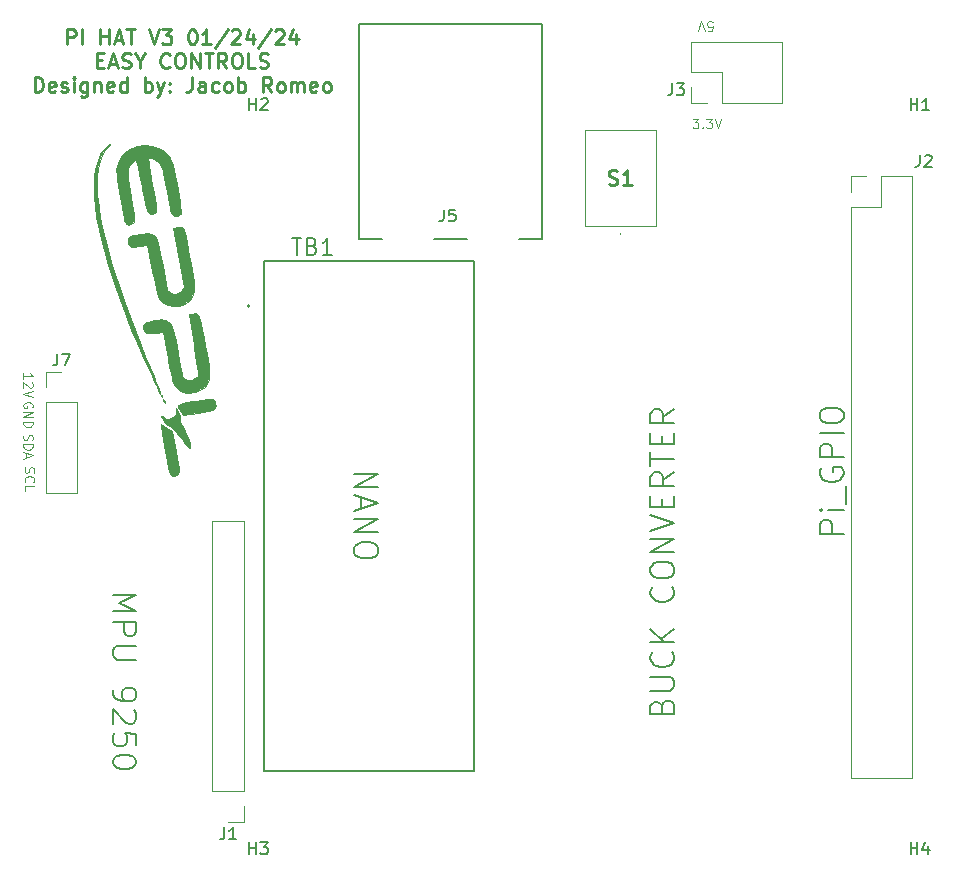
<source format=gbr>
%TF.GenerationSoftware,KiCad,Pcbnew,7.0.2-0*%
%TF.CreationDate,2024-01-24T17:58:37-05:00*%
%TF.ProjectId,Pi_HAT_V4_Simple,50695f48-4154-45f5-9634-5f53696d706c,rev?*%
%TF.SameCoordinates,Original*%
%TF.FileFunction,Legend,Top*%
%TF.FilePolarity,Positive*%
%FSLAX46Y46*%
G04 Gerber Fmt 4.6, Leading zero omitted, Abs format (unit mm)*
G04 Created by KiCad (PCBNEW 7.0.2-0) date 2024-01-24 17:58:37*
%MOMM*%
%LPD*%
G01*
G04 APERTURE LIST*
%ADD10C,0.150000*%
%ADD11C,0.100000*%
%ADD12C,0.250000*%
%ADD13C,0.254000*%
%ADD14C,0.010000*%
%ADD15C,0.127000*%
%ADD16C,0.200000*%
%ADD17C,0.120000*%
G04 APERTURE END LIST*
D10*
X133659419Y-122934476D02*
X133754657Y-122648762D01*
X133754657Y-122648762D02*
X133849895Y-122553524D01*
X133849895Y-122553524D02*
X134040371Y-122458286D01*
X134040371Y-122458286D02*
X134326085Y-122458286D01*
X134326085Y-122458286D02*
X134516561Y-122553524D01*
X134516561Y-122553524D02*
X134611800Y-122648762D01*
X134611800Y-122648762D02*
X134707038Y-122839238D01*
X134707038Y-122839238D02*
X134707038Y-123601143D01*
X134707038Y-123601143D02*
X132707038Y-123601143D01*
X132707038Y-123601143D02*
X132707038Y-122934476D01*
X132707038Y-122934476D02*
X132802276Y-122744000D01*
X132802276Y-122744000D02*
X132897514Y-122648762D01*
X132897514Y-122648762D02*
X133087990Y-122553524D01*
X133087990Y-122553524D02*
X133278466Y-122553524D01*
X133278466Y-122553524D02*
X133468942Y-122648762D01*
X133468942Y-122648762D02*
X133564180Y-122744000D01*
X133564180Y-122744000D02*
X133659419Y-122934476D01*
X133659419Y-122934476D02*
X133659419Y-123601143D01*
X132707038Y-121601143D02*
X134326085Y-121601143D01*
X134326085Y-121601143D02*
X134516561Y-121505905D01*
X134516561Y-121505905D02*
X134611800Y-121410667D01*
X134611800Y-121410667D02*
X134707038Y-121220191D01*
X134707038Y-121220191D02*
X134707038Y-120839238D01*
X134707038Y-120839238D02*
X134611800Y-120648762D01*
X134611800Y-120648762D02*
X134516561Y-120553524D01*
X134516561Y-120553524D02*
X134326085Y-120458286D01*
X134326085Y-120458286D02*
X132707038Y-120458286D01*
X134516561Y-118363048D02*
X134611800Y-118458286D01*
X134611800Y-118458286D02*
X134707038Y-118744000D01*
X134707038Y-118744000D02*
X134707038Y-118934476D01*
X134707038Y-118934476D02*
X134611800Y-119220191D01*
X134611800Y-119220191D02*
X134421323Y-119410667D01*
X134421323Y-119410667D02*
X134230847Y-119505905D01*
X134230847Y-119505905D02*
X133849895Y-119601143D01*
X133849895Y-119601143D02*
X133564180Y-119601143D01*
X133564180Y-119601143D02*
X133183228Y-119505905D01*
X133183228Y-119505905D02*
X132992752Y-119410667D01*
X132992752Y-119410667D02*
X132802276Y-119220191D01*
X132802276Y-119220191D02*
X132707038Y-118934476D01*
X132707038Y-118934476D02*
X132707038Y-118744000D01*
X132707038Y-118744000D02*
X132802276Y-118458286D01*
X132802276Y-118458286D02*
X132897514Y-118363048D01*
X134707038Y-117505905D02*
X132707038Y-117505905D01*
X134707038Y-116363048D02*
X133564180Y-117220191D01*
X132707038Y-116363048D02*
X133849895Y-117505905D01*
X134516561Y-112839238D02*
X134611800Y-112934476D01*
X134611800Y-112934476D02*
X134707038Y-113220190D01*
X134707038Y-113220190D02*
X134707038Y-113410666D01*
X134707038Y-113410666D02*
X134611800Y-113696381D01*
X134611800Y-113696381D02*
X134421323Y-113886857D01*
X134421323Y-113886857D02*
X134230847Y-113982095D01*
X134230847Y-113982095D02*
X133849895Y-114077333D01*
X133849895Y-114077333D02*
X133564180Y-114077333D01*
X133564180Y-114077333D02*
X133183228Y-113982095D01*
X133183228Y-113982095D02*
X132992752Y-113886857D01*
X132992752Y-113886857D02*
X132802276Y-113696381D01*
X132802276Y-113696381D02*
X132707038Y-113410666D01*
X132707038Y-113410666D02*
X132707038Y-113220190D01*
X132707038Y-113220190D02*
X132802276Y-112934476D01*
X132802276Y-112934476D02*
X132897514Y-112839238D01*
X132707038Y-111601143D02*
X132707038Y-111220190D01*
X132707038Y-111220190D02*
X132802276Y-111029714D01*
X132802276Y-111029714D02*
X132992752Y-110839238D01*
X132992752Y-110839238D02*
X133373704Y-110744000D01*
X133373704Y-110744000D02*
X134040371Y-110744000D01*
X134040371Y-110744000D02*
X134421323Y-110839238D01*
X134421323Y-110839238D02*
X134611800Y-111029714D01*
X134611800Y-111029714D02*
X134707038Y-111220190D01*
X134707038Y-111220190D02*
X134707038Y-111601143D01*
X134707038Y-111601143D02*
X134611800Y-111791619D01*
X134611800Y-111791619D02*
X134421323Y-111982095D01*
X134421323Y-111982095D02*
X134040371Y-112077333D01*
X134040371Y-112077333D02*
X133373704Y-112077333D01*
X133373704Y-112077333D02*
X132992752Y-111982095D01*
X132992752Y-111982095D02*
X132802276Y-111791619D01*
X132802276Y-111791619D02*
X132707038Y-111601143D01*
X134707038Y-109886857D02*
X132707038Y-109886857D01*
X132707038Y-109886857D02*
X134707038Y-108744000D01*
X134707038Y-108744000D02*
X132707038Y-108744000D01*
X132707038Y-108077333D02*
X134707038Y-107410667D01*
X134707038Y-107410667D02*
X132707038Y-106744000D01*
X133659419Y-106077333D02*
X133659419Y-105410666D01*
X134707038Y-105124952D02*
X134707038Y-106077333D01*
X134707038Y-106077333D02*
X132707038Y-106077333D01*
X132707038Y-106077333D02*
X132707038Y-105124952D01*
X134707038Y-103124952D02*
X133754657Y-103791619D01*
X134707038Y-104267809D02*
X132707038Y-104267809D01*
X132707038Y-104267809D02*
X132707038Y-103505904D01*
X132707038Y-103505904D02*
X132802276Y-103315428D01*
X132802276Y-103315428D02*
X132897514Y-103220190D01*
X132897514Y-103220190D02*
X133087990Y-103124952D01*
X133087990Y-103124952D02*
X133373704Y-103124952D01*
X133373704Y-103124952D02*
X133564180Y-103220190D01*
X133564180Y-103220190D02*
X133659419Y-103315428D01*
X133659419Y-103315428D02*
X133754657Y-103505904D01*
X133754657Y-103505904D02*
X133754657Y-104267809D01*
X132707038Y-102553523D02*
X132707038Y-101410666D01*
X134707038Y-101982095D02*
X132707038Y-101982095D01*
X133659419Y-100743999D02*
X133659419Y-100077332D01*
X134707038Y-99791618D02*
X134707038Y-100743999D01*
X134707038Y-100743999D02*
X132707038Y-100743999D01*
X132707038Y-100743999D02*
X132707038Y-99791618D01*
X134707038Y-97791618D02*
X133754657Y-98458285D01*
X134707038Y-98934475D02*
X132707038Y-98934475D01*
X132707038Y-98934475D02*
X132707038Y-98172570D01*
X132707038Y-98172570D02*
X132802276Y-97982094D01*
X132802276Y-97982094D02*
X132897514Y-97886856D01*
X132897514Y-97886856D02*
X133087990Y-97791618D01*
X133087990Y-97791618D02*
X133373704Y-97791618D01*
X133373704Y-97791618D02*
X133564180Y-97886856D01*
X133564180Y-97886856D02*
X133659419Y-97982094D01*
X133659419Y-97982094D02*
X133754657Y-98172570D01*
X133754657Y-98172570D02*
X133754657Y-98934475D01*
X107634361Y-103257790D02*
X109634361Y-103257790D01*
X109634361Y-103257790D02*
X107634361Y-104400647D01*
X107634361Y-104400647D02*
X109634361Y-104400647D01*
X108205790Y-105257790D02*
X108205790Y-106210171D01*
X107634361Y-105067314D02*
X109634361Y-105733980D01*
X109634361Y-105733980D02*
X107634361Y-106400647D01*
X107634361Y-107067314D02*
X109634361Y-107067314D01*
X109634361Y-107067314D02*
X107634361Y-108210171D01*
X107634361Y-108210171D02*
X109634361Y-108210171D01*
X109634361Y-109543504D02*
X109634361Y-109924457D01*
X109634361Y-109924457D02*
X109539123Y-110114933D01*
X109539123Y-110114933D02*
X109348647Y-110305409D01*
X109348647Y-110305409D02*
X108967695Y-110400647D01*
X108967695Y-110400647D02*
X108301028Y-110400647D01*
X108301028Y-110400647D02*
X107920076Y-110305409D01*
X107920076Y-110305409D02*
X107729600Y-110114933D01*
X107729600Y-110114933D02*
X107634361Y-109924457D01*
X107634361Y-109924457D02*
X107634361Y-109543504D01*
X107634361Y-109543504D02*
X107729600Y-109353028D01*
X107729600Y-109353028D02*
X107920076Y-109162552D01*
X107920076Y-109162552D02*
X108301028Y-109067314D01*
X108301028Y-109067314D02*
X108967695Y-109067314D01*
X108967695Y-109067314D02*
X109348647Y-109162552D01*
X109348647Y-109162552D02*
X109539123Y-109353028D01*
X109539123Y-109353028D02*
X109634361Y-109543504D01*
X87181561Y-113551685D02*
X89181561Y-113551685D01*
X89181561Y-113551685D02*
X87752990Y-114218352D01*
X87752990Y-114218352D02*
X89181561Y-114885018D01*
X89181561Y-114885018D02*
X87181561Y-114885018D01*
X87181561Y-115837399D02*
X89181561Y-115837399D01*
X89181561Y-115837399D02*
X89181561Y-116599304D01*
X89181561Y-116599304D02*
X89086323Y-116789780D01*
X89086323Y-116789780D02*
X88991085Y-116885018D01*
X88991085Y-116885018D02*
X88800609Y-116980256D01*
X88800609Y-116980256D02*
X88514895Y-116980256D01*
X88514895Y-116980256D02*
X88324419Y-116885018D01*
X88324419Y-116885018D02*
X88229180Y-116789780D01*
X88229180Y-116789780D02*
X88133942Y-116599304D01*
X88133942Y-116599304D02*
X88133942Y-115837399D01*
X89181561Y-117837399D02*
X87562514Y-117837399D01*
X87562514Y-117837399D02*
X87372038Y-117932637D01*
X87372038Y-117932637D02*
X87276800Y-118027875D01*
X87276800Y-118027875D02*
X87181561Y-118218351D01*
X87181561Y-118218351D02*
X87181561Y-118599304D01*
X87181561Y-118599304D02*
X87276800Y-118789780D01*
X87276800Y-118789780D02*
X87372038Y-118885018D01*
X87372038Y-118885018D02*
X87562514Y-118980256D01*
X87562514Y-118980256D02*
X89181561Y-118980256D01*
X87181561Y-121551685D02*
X87181561Y-121932637D01*
X87181561Y-121932637D02*
X87276800Y-122123114D01*
X87276800Y-122123114D02*
X87372038Y-122218352D01*
X87372038Y-122218352D02*
X87657752Y-122408828D01*
X87657752Y-122408828D02*
X88038704Y-122504066D01*
X88038704Y-122504066D02*
X88800609Y-122504066D01*
X88800609Y-122504066D02*
X88991085Y-122408828D01*
X88991085Y-122408828D02*
X89086323Y-122313590D01*
X89086323Y-122313590D02*
X89181561Y-122123114D01*
X89181561Y-122123114D02*
X89181561Y-121742161D01*
X89181561Y-121742161D02*
X89086323Y-121551685D01*
X89086323Y-121551685D02*
X88991085Y-121456447D01*
X88991085Y-121456447D02*
X88800609Y-121361209D01*
X88800609Y-121361209D02*
X88324419Y-121361209D01*
X88324419Y-121361209D02*
X88133942Y-121456447D01*
X88133942Y-121456447D02*
X88038704Y-121551685D01*
X88038704Y-121551685D02*
X87943466Y-121742161D01*
X87943466Y-121742161D02*
X87943466Y-122123114D01*
X87943466Y-122123114D02*
X88038704Y-122313590D01*
X88038704Y-122313590D02*
X88133942Y-122408828D01*
X88133942Y-122408828D02*
X88324419Y-122504066D01*
X88991085Y-123265971D02*
X89086323Y-123361209D01*
X89086323Y-123361209D02*
X89181561Y-123551685D01*
X89181561Y-123551685D02*
X89181561Y-124027876D01*
X89181561Y-124027876D02*
X89086323Y-124218352D01*
X89086323Y-124218352D02*
X88991085Y-124313590D01*
X88991085Y-124313590D02*
X88800609Y-124408828D01*
X88800609Y-124408828D02*
X88610133Y-124408828D01*
X88610133Y-124408828D02*
X88324419Y-124313590D01*
X88324419Y-124313590D02*
X87181561Y-123170733D01*
X87181561Y-123170733D02*
X87181561Y-124408828D01*
X89181561Y-126218352D02*
X89181561Y-125265971D01*
X89181561Y-125265971D02*
X88229180Y-125170733D01*
X88229180Y-125170733D02*
X88324419Y-125265971D01*
X88324419Y-125265971D02*
X88419657Y-125456447D01*
X88419657Y-125456447D02*
X88419657Y-125932638D01*
X88419657Y-125932638D02*
X88324419Y-126123114D01*
X88324419Y-126123114D02*
X88229180Y-126218352D01*
X88229180Y-126218352D02*
X88038704Y-126313590D01*
X88038704Y-126313590D02*
X87562514Y-126313590D01*
X87562514Y-126313590D02*
X87372038Y-126218352D01*
X87372038Y-126218352D02*
X87276800Y-126123114D01*
X87276800Y-126123114D02*
X87181561Y-125932638D01*
X87181561Y-125932638D02*
X87181561Y-125456447D01*
X87181561Y-125456447D02*
X87276800Y-125265971D01*
X87276800Y-125265971D02*
X87372038Y-125170733D01*
X89181561Y-127551685D02*
X89181561Y-127742162D01*
X89181561Y-127742162D02*
X89086323Y-127932638D01*
X89086323Y-127932638D02*
X88991085Y-128027876D01*
X88991085Y-128027876D02*
X88800609Y-128123114D01*
X88800609Y-128123114D02*
X88419657Y-128218352D01*
X88419657Y-128218352D02*
X87943466Y-128218352D01*
X87943466Y-128218352D02*
X87562514Y-128123114D01*
X87562514Y-128123114D02*
X87372038Y-128027876D01*
X87372038Y-128027876D02*
X87276800Y-127932638D01*
X87276800Y-127932638D02*
X87181561Y-127742162D01*
X87181561Y-127742162D02*
X87181561Y-127551685D01*
X87181561Y-127551685D02*
X87276800Y-127361209D01*
X87276800Y-127361209D02*
X87372038Y-127265971D01*
X87372038Y-127265971D02*
X87562514Y-127170733D01*
X87562514Y-127170733D02*
X87943466Y-127075495D01*
X87943466Y-127075495D02*
X88419657Y-127075495D01*
X88419657Y-127075495D02*
X88800609Y-127170733D01*
X88800609Y-127170733D02*
X88991085Y-127265971D01*
X88991085Y-127265971D02*
X89086323Y-127361209D01*
X89086323Y-127361209D02*
X89181561Y-127551685D01*
D11*
X136283847Y-73179295D02*
X136779085Y-73179295D01*
X136779085Y-73179295D02*
X136512419Y-73484057D01*
X136512419Y-73484057D02*
X136626704Y-73484057D01*
X136626704Y-73484057D02*
X136702895Y-73522152D01*
X136702895Y-73522152D02*
X136740990Y-73560247D01*
X136740990Y-73560247D02*
X136779085Y-73636438D01*
X136779085Y-73636438D02*
X136779085Y-73826914D01*
X136779085Y-73826914D02*
X136740990Y-73903104D01*
X136740990Y-73903104D02*
X136702895Y-73941200D01*
X136702895Y-73941200D02*
X136626704Y-73979295D01*
X136626704Y-73979295D02*
X136398133Y-73979295D01*
X136398133Y-73979295D02*
X136321942Y-73941200D01*
X136321942Y-73941200D02*
X136283847Y-73903104D01*
X137121943Y-73903104D02*
X137160038Y-73941200D01*
X137160038Y-73941200D02*
X137121943Y-73979295D01*
X137121943Y-73979295D02*
X137083847Y-73941200D01*
X137083847Y-73941200D02*
X137121943Y-73903104D01*
X137121943Y-73903104D02*
X137121943Y-73979295D01*
X137426704Y-73179295D02*
X137921942Y-73179295D01*
X137921942Y-73179295D02*
X137655276Y-73484057D01*
X137655276Y-73484057D02*
X137769561Y-73484057D01*
X137769561Y-73484057D02*
X137845752Y-73522152D01*
X137845752Y-73522152D02*
X137883847Y-73560247D01*
X137883847Y-73560247D02*
X137921942Y-73636438D01*
X137921942Y-73636438D02*
X137921942Y-73826914D01*
X137921942Y-73826914D02*
X137883847Y-73903104D01*
X137883847Y-73903104D02*
X137845752Y-73941200D01*
X137845752Y-73941200D02*
X137769561Y-73979295D01*
X137769561Y-73979295D02*
X137540990Y-73979295D01*
X137540990Y-73979295D02*
X137464799Y-73941200D01*
X137464799Y-73941200D02*
X137426704Y-73903104D01*
X138150514Y-73179295D02*
X138417181Y-73979295D01*
X138417181Y-73979295D02*
X138683847Y-73179295D01*
X137566380Y-65733304D02*
X137947332Y-65733304D01*
X137947332Y-65733304D02*
X137985428Y-65352352D01*
X137985428Y-65352352D02*
X137947332Y-65390447D01*
X137947332Y-65390447D02*
X137871142Y-65428542D01*
X137871142Y-65428542D02*
X137680666Y-65428542D01*
X137680666Y-65428542D02*
X137604475Y-65390447D01*
X137604475Y-65390447D02*
X137566380Y-65352352D01*
X137566380Y-65352352D02*
X137528285Y-65276161D01*
X137528285Y-65276161D02*
X137528285Y-65085685D01*
X137528285Y-65085685D02*
X137566380Y-65009495D01*
X137566380Y-65009495D02*
X137604475Y-64971400D01*
X137604475Y-64971400D02*
X137680666Y-64933304D01*
X137680666Y-64933304D02*
X137871142Y-64933304D01*
X137871142Y-64933304D02*
X137947332Y-64971400D01*
X137947332Y-64971400D02*
X137985428Y-65009495D01*
X137299713Y-65733304D02*
X137033046Y-64933304D01*
X137033046Y-64933304D02*
X136766380Y-65733304D01*
X80378009Y-97637676D02*
X80416104Y-97561486D01*
X80416104Y-97561486D02*
X80416104Y-97447200D01*
X80416104Y-97447200D02*
X80378009Y-97332914D01*
X80378009Y-97332914D02*
X80301819Y-97256724D01*
X80301819Y-97256724D02*
X80225628Y-97218629D01*
X80225628Y-97218629D02*
X80073247Y-97180533D01*
X80073247Y-97180533D02*
X79958961Y-97180533D01*
X79958961Y-97180533D02*
X79806580Y-97218629D01*
X79806580Y-97218629D02*
X79730390Y-97256724D01*
X79730390Y-97256724D02*
X79654200Y-97332914D01*
X79654200Y-97332914D02*
X79616104Y-97447200D01*
X79616104Y-97447200D02*
X79616104Y-97523391D01*
X79616104Y-97523391D02*
X79654200Y-97637676D01*
X79654200Y-97637676D02*
X79692295Y-97675772D01*
X79692295Y-97675772D02*
X79958961Y-97675772D01*
X79958961Y-97675772D02*
X79958961Y-97523391D01*
X79616104Y-98018629D02*
X80416104Y-98018629D01*
X80416104Y-98018629D02*
X79616104Y-98475772D01*
X79616104Y-98475772D02*
X80416104Y-98475772D01*
X79616104Y-98856724D02*
X80416104Y-98856724D01*
X80416104Y-98856724D02*
X80416104Y-99047200D01*
X80416104Y-99047200D02*
X80378009Y-99161486D01*
X80378009Y-99161486D02*
X80301819Y-99237676D01*
X80301819Y-99237676D02*
X80225628Y-99275771D01*
X80225628Y-99275771D02*
X80073247Y-99313867D01*
X80073247Y-99313867D02*
X79958961Y-99313867D01*
X79958961Y-99313867D02*
X79806580Y-99275771D01*
X79806580Y-99275771D02*
X79730390Y-99237676D01*
X79730390Y-99237676D02*
X79654200Y-99161486D01*
X79654200Y-99161486D02*
X79616104Y-99047200D01*
X79616104Y-99047200D02*
X79616104Y-98856724D01*
X79616104Y-95211961D02*
X79616104Y-94754818D01*
X79616104Y-94983390D02*
X80416104Y-94983390D01*
X80416104Y-94983390D02*
X80301819Y-94907199D01*
X80301819Y-94907199D02*
X80225628Y-94831009D01*
X80225628Y-94831009D02*
X80187533Y-94754818D01*
X80339914Y-95516723D02*
X80378009Y-95554819D01*
X80378009Y-95554819D02*
X80416104Y-95631009D01*
X80416104Y-95631009D02*
X80416104Y-95821485D01*
X80416104Y-95821485D02*
X80378009Y-95897676D01*
X80378009Y-95897676D02*
X80339914Y-95935771D01*
X80339914Y-95935771D02*
X80263723Y-95973866D01*
X80263723Y-95973866D02*
X80187533Y-95973866D01*
X80187533Y-95973866D02*
X80073247Y-95935771D01*
X80073247Y-95935771D02*
X79616104Y-95478628D01*
X79616104Y-95478628D02*
X79616104Y-95973866D01*
X80416104Y-96202438D02*
X79616104Y-96469105D01*
X79616104Y-96469105D02*
X80416104Y-96735771D01*
X79654200Y-99942771D02*
X79616104Y-100057057D01*
X79616104Y-100057057D02*
X79616104Y-100247533D01*
X79616104Y-100247533D02*
X79654200Y-100323724D01*
X79654200Y-100323724D02*
X79692295Y-100361819D01*
X79692295Y-100361819D02*
X79768485Y-100399914D01*
X79768485Y-100399914D02*
X79844676Y-100399914D01*
X79844676Y-100399914D02*
X79920866Y-100361819D01*
X79920866Y-100361819D02*
X79958961Y-100323724D01*
X79958961Y-100323724D02*
X79997057Y-100247533D01*
X79997057Y-100247533D02*
X80035152Y-100095152D01*
X80035152Y-100095152D02*
X80073247Y-100018962D01*
X80073247Y-100018962D02*
X80111342Y-99980867D01*
X80111342Y-99980867D02*
X80187533Y-99942771D01*
X80187533Y-99942771D02*
X80263723Y-99942771D01*
X80263723Y-99942771D02*
X80339914Y-99980867D01*
X80339914Y-99980867D02*
X80378009Y-100018962D01*
X80378009Y-100018962D02*
X80416104Y-100095152D01*
X80416104Y-100095152D02*
X80416104Y-100285629D01*
X80416104Y-100285629D02*
X80378009Y-100399914D01*
X79616104Y-100742772D02*
X80416104Y-100742772D01*
X80416104Y-100742772D02*
X80416104Y-100933248D01*
X80416104Y-100933248D02*
X80378009Y-101047534D01*
X80378009Y-101047534D02*
X80301819Y-101123724D01*
X80301819Y-101123724D02*
X80225628Y-101161819D01*
X80225628Y-101161819D02*
X80073247Y-101199915D01*
X80073247Y-101199915D02*
X79958961Y-101199915D01*
X79958961Y-101199915D02*
X79806580Y-101161819D01*
X79806580Y-101161819D02*
X79730390Y-101123724D01*
X79730390Y-101123724D02*
X79654200Y-101047534D01*
X79654200Y-101047534D02*
X79616104Y-100933248D01*
X79616104Y-100933248D02*
X79616104Y-100742772D01*
X79844676Y-101504676D02*
X79844676Y-101885629D01*
X79616104Y-101428486D02*
X80416104Y-101695153D01*
X80416104Y-101695153D02*
X79616104Y-101961819D01*
X79754200Y-102705018D02*
X79716104Y-102819304D01*
X79716104Y-102819304D02*
X79716104Y-103009780D01*
X79716104Y-103009780D02*
X79754200Y-103085971D01*
X79754200Y-103085971D02*
X79792295Y-103124066D01*
X79792295Y-103124066D02*
X79868485Y-103162161D01*
X79868485Y-103162161D02*
X79944676Y-103162161D01*
X79944676Y-103162161D02*
X80020866Y-103124066D01*
X80020866Y-103124066D02*
X80058961Y-103085971D01*
X80058961Y-103085971D02*
X80097057Y-103009780D01*
X80097057Y-103009780D02*
X80135152Y-102857399D01*
X80135152Y-102857399D02*
X80173247Y-102781209D01*
X80173247Y-102781209D02*
X80211342Y-102743114D01*
X80211342Y-102743114D02*
X80287533Y-102705018D01*
X80287533Y-102705018D02*
X80363723Y-102705018D01*
X80363723Y-102705018D02*
X80439914Y-102743114D01*
X80439914Y-102743114D02*
X80478009Y-102781209D01*
X80478009Y-102781209D02*
X80516104Y-102857399D01*
X80516104Y-102857399D02*
X80516104Y-103047876D01*
X80516104Y-103047876D02*
X80478009Y-103162161D01*
X79792295Y-103962162D02*
X79754200Y-103924066D01*
X79754200Y-103924066D02*
X79716104Y-103809781D01*
X79716104Y-103809781D02*
X79716104Y-103733590D01*
X79716104Y-103733590D02*
X79754200Y-103619304D01*
X79754200Y-103619304D02*
X79830390Y-103543114D01*
X79830390Y-103543114D02*
X79906580Y-103505019D01*
X79906580Y-103505019D02*
X80058961Y-103466923D01*
X80058961Y-103466923D02*
X80173247Y-103466923D01*
X80173247Y-103466923D02*
X80325628Y-103505019D01*
X80325628Y-103505019D02*
X80401819Y-103543114D01*
X80401819Y-103543114D02*
X80478009Y-103619304D01*
X80478009Y-103619304D02*
X80516104Y-103733590D01*
X80516104Y-103733590D02*
X80516104Y-103809781D01*
X80516104Y-103809781D02*
X80478009Y-103924066D01*
X80478009Y-103924066D02*
X80439914Y-103962162D01*
X79716104Y-104685971D02*
X79716104Y-104305019D01*
X79716104Y-104305019D02*
X80516104Y-104305019D01*
D12*
X83333457Y-66879273D02*
X83333457Y-65629273D01*
X83333457Y-65629273D02*
X83809647Y-65629273D01*
X83809647Y-65629273D02*
X83928695Y-65688797D01*
X83928695Y-65688797D02*
X83988218Y-65748321D01*
X83988218Y-65748321D02*
X84047742Y-65867369D01*
X84047742Y-65867369D02*
X84047742Y-66045940D01*
X84047742Y-66045940D02*
X83988218Y-66164988D01*
X83988218Y-66164988D02*
X83928695Y-66224511D01*
X83928695Y-66224511D02*
X83809647Y-66284035D01*
X83809647Y-66284035D02*
X83333457Y-66284035D01*
X84583457Y-66879273D02*
X84583457Y-65629273D01*
X86131076Y-66879273D02*
X86131076Y-65629273D01*
X86131076Y-66224511D02*
X86845361Y-66224511D01*
X86845361Y-66879273D02*
X86845361Y-65629273D01*
X87381076Y-66522130D02*
X87976314Y-66522130D01*
X87262028Y-66879273D02*
X87678695Y-65629273D01*
X87678695Y-65629273D02*
X88095361Y-66879273D01*
X88333457Y-65629273D02*
X89047743Y-65629273D01*
X88690600Y-66879273D02*
X88690600Y-65629273D01*
X90238219Y-65629273D02*
X90654886Y-66879273D01*
X90654886Y-66879273D02*
X91071552Y-65629273D01*
X91369172Y-65629273D02*
X92142981Y-65629273D01*
X92142981Y-65629273D02*
X91726315Y-66105464D01*
X91726315Y-66105464D02*
X91904886Y-66105464D01*
X91904886Y-66105464D02*
X92023934Y-66164988D01*
X92023934Y-66164988D02*
X92083458Y-66224511D01*
X92083458Y-66224511D02*
X92142981Y-66343559D01*
X92142981Y-66343559D02*
X92142981Y-66641178D01*
X92142981Y-66641178D02*
X92083458Y-66760226D01*
X92083458Y-66760226D02*
X92023934Y-66819750D01*
X92023934Y-66819750D02*
X91904886Y-66879273D01*
X91904886Y-66879273D02*
X91547743Y-66879273D01*
X91547743Y-66879273D02*
X91428696Y-66819750D01*
X91428696Y-66819750D02*
X91369172Y-66760226D01*
X93869172Y-65629273D02*
X93988219Y-65629273D01*
X93988219Y-65629273D02*
X94107267Y-65688797D01*
X94107267Y-65688797D02*
X94166791Y-65748321D01*
X94166791Y-65748321D02*
X94226315Y-65867369D01*
X94226315Y-65867369D02*
X94285838Y-66105464D01*
X94285838Y-66105464D02*
X94285838Y-66403083D01*
X94285838Y-66403083D02*
X94226315Y-66641178D01*
X94226315Y-66641178D02*
X94166791Y-66760226D01*
X94166791Y-66760226D02*
X94107267Y-66819750D01*
X94107267Y-66819750D02*
X93988219Y-66879273D01*
X93988219Y-66879273D02*
X93869172Y-66879273D01*
X93869172Y-66879273D02*
X93750124Y-66819750D01*
X93750124Y-66819750D02*
X93690600Y-66760226D01*
X93690600Y-66760226D02*
X93631077Y-66641178D01*
X93631077Y-66641178D02*
X93571553Y-66403083D01*
X93571553Y-66403083D02*
X93571553Y-66105464D01*
X93571553Y-66105464D02*
X93631077Y-65867369D01*
X93631077Y-65867369D02*
X93690600Y-65748321D01*
X93690600Y-65748321D02*
X93750124Y-65688797D01*
X93750124Y-65688797D02*
X93869172Y-65629273D01*
X95476314Y-66879273D02*
X94762029Y-66879273D01*
X95119172Y-66879273D02*
X95119172Y-65629273D01*
X95119172Y-65629273D02*
X95000124Y-65807845D01*
X95000124Y-65807845D02*
X94881076Y-65926892D01*
X94881076Y-65926892D02*
X94762029Y-65986416D01*
X96904886Y-65569750D02*
X95833457Y-67176892D01*
X97262029Y-65748321D02*
X97321553Y-65688797D01*
X97321553Y-65688797D02*
X97440600Y-65629273D01*
X97440600Y-65629273D02*
X97738219Y-65629273D01*
X97738219Y-65629273D02*
X97857267Y-65688797D01*
X97857267Y-65688797D02*
X97916791Y-65748321D01*
X97916791Y-65748321D02*
X97976314Y-65867369D01*
X97976314Y-65867369D02*
X97976314Y-65986416D01*
X97976314Y-65986416D02*
X97916791Y-66164988D01*
X97916791Y-66164988D02*
X97202505Y-66879273D01*
X97202505Y-66879273D02*
X97976314Y-66879273D01*
X99047743Y-66045940D02*
X99047743Y-66879273D01*
X98750124Y-65569750D02*
X98452505Y-66462607D01*
X98452505Y-66462607D02*
X99226314Y-66462607D01*
X100595362Y-65569750D02*
X99523933Y-67176892D01*
X100952505Y-65748321D02*
X101012029Y-65688797D01*
X101012029Y-65688797D02*
X101131076Y-65629273D01*
X101131076Y-65629273D02*
X101428695Y-65629273D01*
X101428695Y-65629273D02*
X101547743Y-65688797D01*
X101547743Y-65688797D02*
X101607267Y-65748321D01*
X101607267Y-65748321D02*
X101666790Y-65867369D01*
X101666790Y-65867369D02*
X101666790Y-65986416D01*
X101666790Y-65986416D02*
X101607267Y-66164988D01*
X101607267Y-66164988D02*
X100892981Y-66879273D01*
X100892981Y-66879273D02*
X101666790Y-66879273D01*
X102738219Y-66045940D02*
X102738219Y-66879273D01*
X102440600Y-65569750D02*
X102142981Y-66462607D01*
X102142981Y-66462607D02*
X102916790Y-66462607D01*
X85863219Y-68249511D02*
X86279885Y-68249511D01*
X86458457Y-68904273D02*
X85863219Y-68904273D01*
X85863219Y-68904273D02*
X85863219Y-67654273D01*
X85863219Y-67654273D02*
X86458457Y-67654273D01*
X86934647Y-68547130D02*
X87529885Y-68547130D01*
X86815599Y-68904273D02*
X87232266Y-67654273D01*
X87232266Y-67654273D02*
X87648932Y-68904273D01*
X88006076Y-68844750D02*
X88184647Y-68904273D01*
X88184647Y-68904273D02*
X88482266Y-68904273D01*
X88482266Y-68904273D02*
X88601314Y-68844750D01*
X88601314Y-68844750D02*
X88660838Y-68785226D01*
X88660838Y-68785226D02*
X88720361Y-68666178D01*
X88720361Y-68666178D02*
X88720361Y-68547130D01*
X88720361Y-68547130D02*
X88660838Y-68428083D01*
X88660838Y-68428083D02*
X88601314Y-68368559D01*
X88601314Y-68368559D02*
X88482266Y-68309035D01*
X88482266Y-68309035D02*
X88244171Y-68249511D01*
X88244171Y-68249511D02*
X88125123Y-68189988D01*
X88125123Y-68189988D02*
X88065600Y-68130464D01*
X88065600Y-68130464D02*
X88006076Y-68011416D01*
X88006076Y-68011416D02*
X88006076Y-67892369D01*
X88006076Y-67892369D02*
X88065600Y-67773321D01*
X88065600Y-67773321D02*
X88125123Y-67713797D01*
X88125123Y-67713797D02*
X88244171Y-67654273D01*
X88244171Y-67654273D02*
X88541790Y-67654273D01*
X88541790Y-67654273D02*
X88720361Y-67713797D01*
X89494171Y-68309035D02*
X89494171Y-68904273D01*
X89077504Y-67654273D02*
X89494171Y-68309035D01*
X89494171Y-68309035D02*
X89910837Y-67654273D01*
X91994171Y-68785226D02*
X91934647Y-68844750D01*
X91934647Y-68844750D02*
X91756076Y-68904273D01*
X91756076Y-68904273D02*
X91637028Y-68904273D01*
X91637028Y-68904273D02*
X91458457Y-68844750D01*
X91458457Y-68844750D02*
X91339409Y-68725702D01*
X91339409Y-68725702D02*
X91279886Y-68606654D01*
X91279886Y-68606654D02*
X91220362Y-68368559D01*
X91220362Y-68368559D02*
X91220362Y-68189988D01*
X91220362Y-68189988D02*
X91279886Y-67951892D01*
X91279886Y-67951892D02*
X91339409Y-67832845D01*
X91339409Y-67832845D02*
X91458457Y-67713797D01*
X91458457Y-67713797D02*
X91637028Y-67654273D01*
X91637028Y-67654273D02*
X91756076Y-67654273D01*
X91756076Y-67654273D02*
X91934647Y-67713797D01*
X91934647Y-67713797D02*
X91994171Y-67773321D01*
X92767981Y-67654273D02*
X93006076Y-67654273D01*
X93006076Y-67654273D02*
X93125124Y-67713797D01*
X93125124Y-67713797D02*
X93244171Y-67832845D01*
X93244171Y-67832845D02*
X93303695Y-68070940D01*
X93303695Y-68070940D02*
X93303695Y-68487607D01*
X93303695Y-68487607D02*
X93244171Y-68725702D01*
X93244171Y-68725702D02*
X93125124Y-68844750D01*
X93125124Y-68844750D02*
X93006076Y-68904273D01*
X93006076Y-68904273D02*
X92767981Y-68904273D01*
X92767981Y-68904273D02*
X92648933Y-68844750D01*
X92648933Y-68844750D02*
X92529886Y-68725702D01*
X92529886Y-68725702D02*
X92470362Y-68487607D01*
X92470362Y-68487607D02*
X92470362Y-68070940D01*
X92470362Y-68070940D02*
X92529886Y-67832845D01*
X92529886Y-67832845D02*
X92648933Y-67713797D01*
X92648933Y-67713797D02*
X92767981Y-67654273D01*
X93839410Y-68904273D02*
X93839410Y-67654273D01*
X93839410Y-67654273D02*
X94553695Y-68904273D01*
X94553695Y-68904273D02*
X94553695Y-67654273D01*
X94970362Y-67654273D02*
X95684648Y-67654273D01*
X95327505Y-68904273D02*
X95327505Y-67654273D01*
X96815600Y-68904273D02*
X96398934Y-68309035D01*
X96101315Y-68904273D02*
X96101315Y-67654273D01*
X96101315Y-67654273D02*
X96577505Y-67654273D01*
X96577505Y-67654273D02*
X96696553Y-67713797D01*
X96696553Y-67713797D02*
X96756076Y-67773321D01*
X96756076Y-67773321D02*
X96815600Y-67892369D01*
X96815600Y-67892369D02*
X96815600Y-68070940D01*
X96815600Y-68070940D02*
X96756076Y-68189988D01*
X96756076Y-68189988D02*
X96696553Y-68249511D01*
X96696553Y-68249511D02*
X96577505Y-68309035D01*
X96577505Y-68309035D02*
X96101315Y-68309035D01*
X97589410Y-67654273D02*
X97827505Y-67654273D01*
X97827505Y-67654273D02*
X97946553Y-67713797D01*
X97946553Y-67713797D02*
X98065600Y-67832845D01*
X98065600Y-67832845D02*
X98125124Y-68070940D01*
X98125124Y-68070940D02*
X98125124Y-68487607D01*
X98125124Y-68487607D02*
X98065600Y-68725702D01*
X98065600Y-68725702D02*
X97946553Y-68844750D01*
X97946553Y-68844750D02*
X97827505Y-68904273D01*
X97827505Y-68904273D02*
X97589410Y-68904273D01*
X97589410Y-68904273D02*
X97470362Y-68844750D01*
X97470362Y-68844750D02*
X97351315Y-68725702D01*
X97351315Y-68725702D02*
X97291791Y-68487607D01*
X97291791Y-68487607D02*
X97291791Y-68070940D01*
X97291791Y-68070940D02*
X97351315Y-67832845D01*
X97351315Y-67832845D02*
X97470362Y-67713797D01*
X97470362Y-67713797D02*
X97589410Y-67654273D01*
X99256077Y-68904273D02*
X98660839Y-68904273D01*
X98660839Y-68904273D02*
X98660839Y-67654273D01*
X99613220Y-68844750D02*
X99791791Y-68904273D01*
X99791791Y-68904273D02*
X100089410Y-68904273D01*
X100089410Y-68904273D02*
X100208458Y-68844750D01*
X100208458Y-68844750D02*
X100267982Y-68785226D01*
X100267982Y-68785226D02*
X100327505Y-68666178D01*
X100327505Y-68666178D02*
X100327505Y-68547130D01*
X100327505Y-68547130D02*
X100267982Y-68428083D01*
X100267982Y-68428083D02*
X100208458Y-68368559D01*
X100208458Y-68368559D02*
X100089410Y-68309035D01*
X100089410Y-68309035D02*
X99851315Y-68249511D01*
X99851315Y-68249511D02*
X99732267Y-68189988D01*
X99732267Y-68189988D02*
X99672744Y-68130464D01*
X99672744Y-68130464D02*
X99613220Y-68011416D01*
X99613220Y-68011416D02*
X99613220Y-67892369D01*
X99613220Y-67892369D02*
X99672744Y-67773321D01*
X99672744Y-67773321D02*
X99732267Y-67713797D01*
X99732267Y-67713797D02*
X99851315Y-67654273D01*
X99851315Y-67654273D02*
X100148934Y-67654273D01*
X100148934Y-67654273D02*
X100327505Y-67713797D01*
X80565601Y-70929273D02*
X80565601Y-69679273D01*
X80565601Y-69679273D02*
X80863220Y-69679273D01*
X80863220Y-69679273D02*
X81041791Y-69738797D01*
X81041791Y-69738797D02*
X81160839Y-69857845D01*
X81160839Y-69857845D02*
X81220362Y-69976892D01*
X81220362Y-69976892D02*
X81279886Y-70214988D01*
X81279886Y-70214988D02*
X81279886Y-70393559D01*
X81279886Y-70393559D02*
X81220362Y-70631654D01*
X81220362Y-70631654D02*
X81160839Y-70750702D01*
X81160839Y-70750702D02*
X81041791Y-70869750D01*
X81041791Y-70869750D02*
X80863220Y-70929273D01*
X80863220Y-70929273D02*
X80565601Y-70929273D01*
X82291791Y-70869750D02*
X82172743Y-70929273D01*
X82172743Y-70929273D02*
X81934648Y-70929273D01*
X81934648Y-70929273D02*
X81815601Y-70869750D01*
X81815601Y-70869750D02*
X81756077Y-70750702D01*
X81756077Y-70750702D02*
X81756077Y-70274511D01*
X81756077Y-70274511D02*
X81815601Y-70155464D01*
X81815601Y-70155464D02*
X81934648Y-70095940D01*
X81934648Y-70095940D02*
X82172743Y-70095940D01*
X82172743Y-70095940D02*
X82291791Y-70155464D01*
X82291791Y-70155464D02*
X82351315Y-70274511D01*
X82351315Y-70274511D02*
X82351315Y-70393559D01*
X82351315Y-70393559D02*
X81756077Y-70512607D01*
X82827506Y-70869750D02*
X82946553Y-70929273D01*
X82946553Y-70929273D02*
X83184649Y-70929273D01*
X83184649Y-70929273D02*
X83303696Y-70869750D01*
X83303696Y-70869750D02*
X83363220Y-70750702D01*
X83363220Y-70750702D02*
X83363220Y-70691178D01*
X83363220Y-70691178D02*
X83303696Y-70572130D01*
X83303696Y-70572130D02*
X83184649Y-70512607D01*
X83184649Y-70512607D02*
X83006077Y-70512607D01*
X83006077Y-70512607D02*
X82887030Y-70453083D01*
X82887030Y-70453083D02*
X82827506Y-70334035D01*
X82827506Y-70334035D02*
X82827506Y-70274511D01*
X82827506Y-70274511D02*
X82887030Y-70155464D01*
X82887030Y-70155464D02*
X83006077Y-70095940D01*
X83006077Y-70095940D02*
X83184649Y-70095940D01*
X83184649Y-70095940D02*
X83303696Y-70155464D01*
X83898935Y-70929273D02*
X83898935Y-70095940D01*
X83898935Y-69679273D02*
X83839411Y-69738797D01*
X83839411Y-69738797D02*
X83898935Y-69798321D01*
X83898935Y-69798321D02*
X83958458Y-69738797D01*
X83958458Y-69738797D02*
X83898935Y-69679273D01*
X83898935Y-69679273D02*
X83898935Y-69798321D01*
X85029887Y-70095940D02*
X85029887Y-71107845D01*
X85029887Y-71107845D02*
X84970363Y-71226892D01*
X84970363Y-71226892D02*
X84910839Y-71286416D01*
X84910839Y-71286416D02*
X84791792Y-71345940D01*
X84791792Y-71345940D02*
X84613220Y-71345940D01*
X84613220Y-71345940D02*
X84494173Y-71286416D01*
X85029887Y-70869750D02*
X84910839Y-70929273D01*
X84910839Y-70929273D02*
X84672744Y-70929273D01*
X84672744Y-70929273D02*
X84553696Y-70869750D01*
X84553696Y-70869750D02*
X84494173Y-70810226D01*
X84494173Y-70810226D02*
X84434649Y-70691178D01*
X84434649Y-70691178D02*
X84434649Y-70334035D01*
X84434649Y-70334035D02*
X84494173Y-70214988D01*
X84494173Y-70214988D02*
X84553696Y-70155464D01*
X84553696Y-70155464D02*
X84672744Y-70095940D01*
X84672744Y-70095940D02*
X84910839Y-70095940D01*
X84910839Y-70095940D02*
X85029887Y-70155464D01*
X85625125Y-70095940D02*
X85625125Y-70929273D01*
X85625125Y-70214988D02*
X85684648Y-70155464D01*
X85684648Y-70155464D02*
X85803696Y-70095940D01*
X85803696Y-70095940D02*
X85982267Y-70095940D01*
X85982267Y-70095940D02*
X86101315Y-70155464D01*
X86101315Y-70155464D02*
X86160839Y-70274511D01*
X86160839Y-70274511D02*
X86160839Y-70929273D01*
X87232267Y-70869750D02*
X87113219Y-70929273D01*
X87113219Y-70929273D02*
X86875124Y-70929273D01*
X86875124Y-70929273D02*
X86756077Y-70869750D01*
X86756077Y-70869750D02*
X86696553Y-70750702D01*
X86696553Y-70750702D02*
X86696553Y-70274511D01*
X86696553Y-70274511D02*
X86756077Y-70155464D01*
X86756077Y-70155464D02*
X86875124Y-70095940D01*
X86875124Y-70095940D02*
X87113219Y-70095940D01*
X87113219Y-70095940D02*
X87232267Y-70155464D01*
X87232267Y-70155464D02*
X87291791Y-70274511D01*
X87291791Y-70274511D02*
X87291791Y-70393559D01*
X87291791Y-70393559D02*
X86696553Y-70512607D01*
X88363220Y-70929273D02*
X88363220Y-69679273D01*
X88363220Y-70869750D02*
X88244172Y-70929273D01*
X88244172Y-70929273D02*
X88006077Y-70929273D01*
X88006077Y-70929273D02*
X87887029Y-70869750D01*
X87887029Y-70869750D02*
X87827506Y-70810226D01*
X87827506Y-70810226D02*
X87767982Y-70691178D01*
X87767982Y-70691178D02*
X87767982Y-70334035D01*
X87767982Y-70334035D02*
X87827506Y-70214988D01*
X87827506Y-70214988D02*
X87887029Y-70155464D01*
X87887029Y-70155464D02*
X88006077Y-70095940D01*
X88006077Y-70095940D02*
X88244172Y-70095940D01*
X88244172Y-70095940D02*
X88363220Y-70155464D01*
X89910839Y-70929273D02*
X89910839Y-69679273D01*
X89910839Y-70155464D02*
X90029886Y-70095940D01*
X90029886Y-70095940D02*
X90267981Y-70095940D01*
X90267981Y-70095940D02*
X90387029Y-70155464D01*
X90387029Y-70155464D02*
X90446553Y-70214988D01*
X90446553Y-70214988D02*
X90506077Y-70334035D01*
X90506077Y-70334035D02*
X90506077Y-70691178D01*
X90506077Y-70691178D02*
X90446553Y-70810226D01*
X90446553Y-70810226D02*
X90387029Y-70869750D01*
X90387029Y-70869750D02*
X90267981Y-70929273D01*
X90267981Y-70929273D02*
X90029886Y-70929273D01*
X90029886Y-70929273D02*
X89910839Y-70869750D01*
X90922743Y-70095940D02*
X91220362Y-70929273D01*
X91517981Y-70095940D02*
X91220362Y-70929273D01*
X91220362Y-70929273D02*
X91101314Y-71226892D01*
X91101314Y-71226892D02*
X91041791Y-71286416D01*
X91041791Y-71286416D02*
X90922743Y-71345940D01*
X91994172Y-70810226D02*
X92053695Y-70869750D01*
X92053695Y-70869750D02*
X91994172Y-70929273D01*
X91994172Y-70929273D02*
X91934648Y-70869750D01*
X91934648Y-70869750D02*
X91994172Y-70810226D01*
X91994172Y-70810226D02*
X91994172Y-70929273D01*
X91994172Y-70155464D02*
X92053695Y-70214988D01*
X92053695Y-70214988D02*
X91994172Y-70274511D01*
X91994172Y-70274511D02*
X91934648Y-70214988D01*
X91934648Y-70214988D02*
X91994172Y-70155464D01*
X91994172Y-70155464D02*
X91994172Y-70274511D01*
X93898933Y-69679273D02*
X93898933Y-70572130D01*
X93898933Y-70572130D02*
X93839410Y-70750702D01*
X93839410Y-70750702D02*
X93720362Y-70869750D01*
X93720362Y-70869750D02*
X93541791Y-70929273D01*
X93541791Y-70929273D02*
X93422743Y-70929273D01*
X95029886Y-70929273D02*
X95029886Y-70274511D01*
X95029886Y-70274511D02*
X94970362Y-70155464D01*
X94970362Y-70155464D02*
X94851314Y-70095940D01*
X94851314Y-70095940D02*
X94613219Y-70095940D01*
X94613219Y-70095940D02*
X94494172Y-70155464D01*
X95029886Y-70869750D02*
X94910838Y-70929273D01*
X94910838Y-70929273D02*
X94613219Y-70929273D01*
X94613219Y-70929273D02*
X94494172Y-70869750D01*
X94494172Y-70869750D02*
X94434648Y-70750702D01*
X94434648Y-70750702D02*
X94434648Y-70631654D01*
X94434648Y-70631654D02*
X94494172Y-70512607D01*
X94494172Y-70512607D02*
X94613219Y-70453083D01*
X94613219Y-70453083D02*
X94910838Y-70453083D01*
X94910838Y-70453083D02*
X95029886Y-70393559D01*
X96160838Y-70869750D02*
X96041790Y-70929273D01*
X96041790Y-70929273D02*
X95803695Y-70929273D01*
X95803695Y-70929273D02*
X95684647Y-70869750D01*
X95684647Y-70869750D02*
X95625124Y-70810226D01*
X95625124Y-70810226D02*
X95565600Y-70691178D01*
X95565600Y-70691178D02*
X95565600Y-70334035D01*
X95565600Y-70334035D02*
X95625124Y-70214988D01*
X95625124Y-70214988D02*
X95684647Y-70155464D01*
X95684647Y-70155464D02*
X95803695Y-70095940D01*
X95803695Y-70095940D02*
X96041790Y-70095940D01*
X96041790Y-70095940D02*
X96160838Y-70155464D01*
X96875124Y-70929273D02*
X96756076Y-70869750D01*
X96756076Y-70869750D02*
X96696553Y-70810226D01*
X96696553Y-70810226D02*
X96637029Y-70691178D01*
X96637029Y-70691178D02*
X96637029Y-70334035D01*
X96637029Y-70334035D02*
X96696553Y-70214988D01*
X96696553Y-70214988D02*
X96756076Y-70155464D01*
X96756076Y-70155464D02*
X96875124Y-70095940D01*
X96875124Y-70095940D02*
X97053695Y-70095940D01*
X97053695Y-70095940D02*
X97172743Y-70155464D01*
X97172743Y-70155464D02*
X97232267Y-70214988D01*
X97232267Y-70214988D02*
X97291791Y-70334035D01*
X97291791Y-70334035D02*
X97291791Y-70691178D01*
X97291791Y-70691178D02*
X97232267Y-70810226D01*
X97232267Y-70810226D02*
X97172743Y-70869750D01*
X97172743Y-70869750D02*
X97053695Y-70929273D01*
X97053695Y-70929273D02*
X96875124Y-70929273D01*
X97827505Y-70929273D02*
X97827505Y-69679273D01*
X97827505Y-70155464D02*
X97946552Y-70095940D01*
X97946552Y-70095940D02*
X98184647Y-70095940D01*
X98184647Y-70095940D02*
X98303695Y-70155464D01*
X98303695Y-70155464D02*
X98363219Y-70214988D01*
X98363219Y-70214988D02*
X98422743Y-70334035D01*
X98422743Y-70334035D02*
X98422743Y-70691178D01*
X98422743Y-70691178D02*
X98363219Y-70810226D01*
X98363219Y-70810226D02*
X98303695Y-70869750D01*
X98303695Y-70869750D02*
X98184647Y-70929273D01*
X98184647Y-70929273D02*
X97946552Y-70929273D01*
X97946552Y-70929273D02*
X97827505Y-70869750D01*
X100625123Y-70929273D02*
X100208457Y-70334035D01*
X99910838Y-70929273D02*
X99910838Y-69679273D01*
X99910838Y-69679273D02*
X100387028Y-69679273D01*
X100387028Y-69679273D02*
X100506076Y-69738797D01*
X100506076Y-69738797D02*
X100565599Y-69798321D01*
X100565599Y-69798321D02*
X100625123Y-69917369D01*
X100625123Y-69917369D02*
X100625123Y-70095940D01*
X100625123Y-70095940D02*
X100565599Y-70214988D01*
X100565599Y-70214988D02*
X100506076Y-70274511D01*
X100506076Y-70274511D02*
X100387028Y-70334035D01*
X100387028Y-70334035D02*
X99910838Y-70334035D01*
X101339409Y-70929273D02*
X101220361Y-70869750D01*
X101220361Y-70869750D02*
X101160838Y-70810226D01*
X101160838Y-70810226D02*
X101101314Y-70691178D01*
X101101314Y-70691178D02*
X101101314Y-70334035D01*
X101101314Y-70334035D02*
X101160838Y-70214988D01*
X101160838Y-70214988D02*
X101220361Y-70155464D01*
X101220361Y-70155464D02*
X101339409Y-70095940D01*
X101339409Y-70095940D02*
X101517980Y-70095940D01*
X101517980Y-70095940D02*
X101637028Y-70155464D01*
X101637028Y-70155464D02*
X101696552Y-70214988D01*
X101696552Y-70214988D02*
X101756076Y-70334035D01*
X101756076Y-70334035D02*
X101756076Y-70691178D01*
X101756076Y-70691178D02*
X101696552Y-70810226D01*
X101696552Y-70810226D02*
X101637028Y-70869750D01*
X101637028Y-70869750D02*
X101517980Y-70929273D01*
X101517980Y-70929273D02*
X101339409Y-70929273D01*
X102291790Y-70929273D02*
X102291790Y-70095940D01*
X102291790Y-70214988D02*
X102351313Y-70155464D01*
X102351313Y-70155464D02*
X102470361Y-70095940D01*
X102470361Y-70095940D02*
X102648932Y-70095940D01*
X102648932Y-70095940D02*
X102767980Y-70155464D01*
X102767980Y-70155464D02*
X102827504Y-70274511D01*
X102827504Y-70274511D02*
X102827504Y-70929273D01*
X102827504Y-70274511D02*
X102887028Y-70155464D01*
X102887028Y-70155464D02*
X103006075Y-70095940D01*
X103006075Y-70095940D02*
X103184647Y-70095940D01*
X103184647Y-70095940D02*
X103303694Y-70155464D01*
X103303694Y-70155464D02*
X103363218Y-70274511D01*
X103363218Y-70274511D02*
X103363218Y-70929273D01*
X104434647Y-70869750D02*
X104315599Y-70929273D01*
X104315599Y-70929273D02*
X104077504Y-70929273D01*
X104077504Y-70929273D02*
X103958457Y-70869750D01*
X103958457Y-70869750D02*
X103898933Y-70750702D01*
X103898933Y-70750702D02*
X103898933Y-70274511D01*
X103898933Y-70274511D02*
X103958457Y-70155464D01*
X103958457Y-70155464D02*
X104077504Y-70095940D01*
X104077504Y-70095940D02*
X104315599Y-70095940D01*
X104315599Y-70095940D02*
X104434647Y-70155464D01*
X104434647Y-70155464D02*
X104494171Y-70274511D01*
X104494171Y-70274511D02*
X104494171Y-70393559D01*
X104494171Y-70393559D02*
X103898933Y-70512607D01*
X105208457Y-70929273D02*
X105089409Y-70869750D01*
X105089409Y-70869750D02*
X105029886Y-70810226D01*
X105029886Y-70810226D02*
X104970362Y-70691178D01*
X104970362Y-70691178D02*
X104970362Y-70334035D01*
X104970362Y-70334035D02*
X105029886Y-70214988D01*
X105029886Y-70214988D02*
X105089409Y-70155464D01*
X105089409Y-70155464D02*
X105208457Y-70095940D01*
X105208457Y-70095940D02*
X105387028Y-70095940D01*
X105387028Y-70095940D02*
X105506076Y-70155464D01*
X105506076Y-70155464D02*
X105565600Y-70214988D01*
X105565600Y-70214988D02*
X105625124Y-70334035D01*
X105625124Y-70334035D02*
X105625124Y-70691178D01*
X105625124Y-70691178D02*
X105565600Y-70810226D01*
X105565600Y-70810226D02*
X105506076Y-70869750D01*
X105506076Y-70869750D02*
X105387028Y-70929273D01*
X105387028Y-70929273D02*
X105208457Y-70929273D01*
D13*
%TO.C,S1*%
X129181980Y-78733650D02*
X129363409Y-78794126D01*
X129363409Y-78794126D02*
X129665790Y-78794126D01*
X129665790Y-78794126D02*
X129786742Y-78733650D01*
X129786742Y-78733650D02*
X129847218Y-78673173D01*
X129847218Y-78673173D02*
X129907695Y-78552221D01*
X129907695Y-78552221D02*
X129907695Y-78431269D01*
X129907695Y-78431269D02*
X129847218Y-78310316D01*
X129847218Y-78310316D02*
X129786742Y-78249840D01*
X129786742Y-78249840D02*
X129665790Y-78189364D01*
X129665790Y-78189364D02*
X129423885Y-78128888D01*
X129423885Y-78128888D02*
X129302933Y-78068411D01*
X129302933Y-78068411D02*
X129242456Y-78007935D01*
X129242456Y-78007935D02*
X129181980Y-77886983D01*
X129181980Y-77886983D02*
X129181980Y-77766030D01*
X129181980Y-77766030D02*
X129242456Y-77645078D01*
X129242456Y-77645078D02*
X129302933Y-77584602D01*
X129302933Y-77584602D02*
X129423885Y-77524126D01*
X129423885Y-77524126D02*
X129726266Y-77524126D01*
X129726266Y-77524126D02*
X129907695Y-77584602D01*
X131117219Y-78794126D02*
X130391504Y-78794126D01*
X130754361Y-78794126D02*
X130754361Y-77524126D01*
X130754361Y-77524126D02*
X130633409Y-77705554D01*
X130633409Y-77705554D02*
X130512457Y-77826507D01*
X130512457Y-77826507D02*
X130391504Y-77886983D01*
D10*
%TO.C,TB1*%
X102350633Y-83316466D02*
X103150633Y-83316466D01*
X102750633Y-84716466D02*
X102750633Y-83316466D01*
X104083967Y-83983133D02*
X104283967Y-84049800D01*
X104283967Y-84049800D02*
X104350633Y-84116466D01*
X104350633Y-84116466D02*
X104417300Y-84249800D01*
X104417300Y-84249800D02*
X104417300Y-84449800D01*
X104417300Y-84449800D02*
X104350633Y-84583133D01*
X104350633Y-84583133D02*
X104283967Y-84649800D01*
X104283967Y-84649800D02*
X104150633Y-84716466D01*
X104150633Y-84716466D02*
X103617300Y-84716466D01*
X103617300Y-84716466D02*
X103617300Y-83316466D01*
X103617300Y-83316466D02*
X104083967Y-83316466D01*
X104083967Y-83316466D02*
X104217300Y-83383133D01*
X104217300Y-83383133D02*
X104283967Y-83449800D01*
X104283967Y-83449800D02*
X104350633Y-83583133D01*
X104350633Y-83583133D02*
X104350633Y-83716466D01*
X104350633Y-83716466D02*
X104283967Y-83849800D01*
X104283967Y-83849800D02*
X104217300Y-83916466D01*
X104217300Y-83916466D02*
X104083967Y-83983133D01*
X104083967Y-83983133D02*
X103617300Y-83983133D01*
X105750633Y-84716466D02*
X104950633Y-84716466D01*
X105350633Y-84716466D02*
X105350633Y-83316466D01*
X105350633Y-83316466D02*
X105217300Y-83516466D01*
X105217300Y-83516466D02*
X105083967Y-83649800D01*
X105083967Y-83649800D02*
X104950633Y-83716466D01*
%TO.C,J3*%
X134541666Y-70187619D02*
X134541666Y-70901904D01*
X134541666Y-70901904D02*
X134494047Y-71044761D01*
X134494047Y-71044761D02*
X134398809Y-71140000D01*
X134398809Y-71140000D02*
X134255952Y-71187619D01*
X134255952Y-71187619D02*
X134160714Y-71187619D01*
X134922619Y-70187619D02*
X135541666Y-70187619D01*
X135541666Y-70187619D02*
X135208333Y-70568571D01*
X135208333Y-70568571D02*
X135351190Y-70568571D01*
X135351190Y-70568571D02*
X135446428Y-70616190D01*
X135446428Y-70616190D02*
X135494047Y-70663809D01*
X135494047Y-70663809D02*
X135541666Y-70759047D01*
X135541666Y-70759047D02*
X135541666Y-70997142D01*
X135541666Y-70997142D02*
X135494047Y-71092380D01*
X135494047Y-71092380D02*
X135446428Y-71140000D01*
X135446428Y-71140000D02*
X135351190Y-71187619D01*
X135351190Y-71187619D02*
X135065476Y-71187619D01*
X135065476Y-71187619D02*
X134970238Y-71140000D01*
X134970238Y-71140000D02*
X134922619Y-71092380D01*
%TO.C,H1*%
X154738095Y-72462619D02*
X154738095Y-71462619D01*
X154738095Y-71938809D02*
X155309523Y-71938809D01*
X155309523Y-72462619D02*
X155309523Y-71462619D01*
X156309523Y-72462619D02*
X155738095Y-72462619D01*
X156023809Y-72462619D02*
X156023809Y-71462619D01*
X156023809Y-71462619D02*
X155928571Y-71605476D01*
X155928571Y-71605476D02*
X155833333Y-71700714D01*
X155833333Y-71700714D02*
X155738095Y-71748333D01*
%TO.C,H2*%
X98738095Y-72462619D02*
X98738095Y-71462619D01*
X98738095Y-71938809D02*
X99309523Y-71938809D01*
X99309523Y-72462619D02*
X99309523Y-71462619D01*
X99738095Y-71557857D02*
X99785714Y-71510238D01*
X99785714Y-71510238D02*
X99880952Y-71462619D01*
X99880952Y-71462619D02*
X100119047Y-71462619D01*
X100119047Y-71462619D02*
X100214285Y-71510238D01*
X100214285Y-71510238D02*
X100261904Y-71557857D01*
X100261904Y-71557857D02*
X100309523Y-71653095D01*
X100309523Y-71653095D02*
X100309523Y-71748333D01*
X100309523Y-71748333D02*
X100261904Y-71891190D01*
X100261904Y-71891190D02*
X99690476Y-72462619D01*
X99690476Y-72462619D02*
X100309523Y-72462619D01*
%TO.C,H3*%
X98738095Y-135462619D02*
X98738095Y-134462619D01*
X98738095Y-134938809D02*
X99309523Y-134938809D01*
X99309523Y-135462619D02*
X99309523Y-134462619D01*
X99690476Y-134462619D02*
X100309523Y-134462619D01*
X100309523Y-134462619D02*
X99976190Y-134843571D01*
X99976190Y-134843571D02*
X100119047Y-134843571D01*
X100119047Y-134843571D02*
X100214285Y-134891190D01*
X100214285Y-134891190D02*
X100261904Y-134938809D01*
X100261904Y-134938809D02*
X100309523Y-135034047D01*
X100309523Y-135034047D02*
X100309523Y-135272142D01*
X100309523Y-135272142D02*
X100261904Y-135367380D01*
X100261904Y-135367380D02*
X100214285Y-135415000D01*
X100214285Y-135415000D02*
X100119047Y-135462619D01*
X100119047Y-135462619D02*
X99833333Y-135462619D01*
X99833333Y-135462619D02*
X99738095Y-135415000D01*
X99738095Y-135415000D02*
X99690476Y-135367380D01*
%TO.C,J1*%
X96623466Y-133196419D02*
X96623466Y-133910704D01*
X96623466Y-133910704D02*
X96575847Y-134053561D01*
X96575847Y-134053561D02*
X96480609Y-134148800D01*
X96480609Y-134148800D02*
X96337752Y-134196419D01*
X96337752Y-134196419D02*
X96242514Y-134196419D01*
X97623466Y-134196419D02*
X97052038Y-134196419D01*
X97337752Y-134196419D02*
X97337752Y-133196419D01*
X97337752Y-133196419D02*
X97242514Y-133339276D01*
X97242514Y-133339276D02*
X97147276Y-133434514D01*
X97147276Y-133434514D02*
X97052038Y-133482133D01*
%TO.C,H4*%
X154738095Y-135462619D02*
X154738095Y-134462619D01*
X154738095Y-134938809D02*
X155309523Y-134938809D01*
X155309523Y-135462619D02*
X155309523Y-134462619D01*
X156214285Y-134795952D02*
X156214285Y-135462619D01*
X155976190Y-134415000D02*
X155738095Y-135129285D01*
X155738095Y-135129285D02*
X156357142Y-135129285D01*
%TO.C,J2*%
X155516666Y-76262619D02*
X155516666Y-76976904D01*
X155516666Y-76976904D02*
X155469047Y-77119761D01*
X155469047Y-77119761D02*
X155373809Y-77215000D01*
X155373809Y-77215000D02*
X155230952Y-77262619D01*
X155230952Y-77262619D02*
X155135714Y-77262619D01*
X155945238Y-76357857D02*
X155992857Y-76310238D01*
X155992857Y-76310238D02*
X156088095Y-76262619D01*
X156088095Y-76262619D02*
X156326190Y-76262619D01*
X156326190Y-76262619D02*
X156421428Y-76310238D01*
X156421428Y-76310238D02*
X156469047Y-76357857D01*
X156469047Y-76357857D02*
X156516666Y-76453095D01*
X156516666Y-76453095D02*
X156516666Y-76548333D01*
X156516666Y-76548333D02*
X156469047Y-76691190D01*
X156469047Y-76691190D02*
X155897619Y-77262619D01*
X155897619Y-77262619D02*
X156516666Y-77262619D01*
X149058038Y-108308114D02*
X147058038Y-108308114D01*
X147058038Y-108308114D02*
X147058038Y-107546209D01*
X147058038Y-107546209D02*
X147153276Y-107355733D01*
X147153276Y-107355733D02*
X147248514Y-107260495D01*
X147248514Y-107260495D02*
X147438990Y-107165257D01*
X147438990Y-107165257D02*
X147724704Y-107165257D01*
X147724704Y-107165257D02*
X147915180Y-107260495D01*
X147915180Y-107260495D02*
X148010419Y-107355733D01*
X148010419Y-107355733D02*
X148105657Y-107546209D01*
X148105657Y-107546209D02*
X148105657Y-108308114D01*
X149058038Y-106308114D02*
X147724704Y-106308114D01*
X147058038Y-106308114D02*
X147153276Y-106403352D01*
X147153276Y-106403352D02*
X147248514Y-106308114D01*
X147248514Y-106308114D02*
X147153276Y-106212876D01*
X147153276Y-106212876D02*
X147058038Y-106308114D01*
X147058038Y-106308114D02*
X147248514Y-106308114D01*
X149248514Y-105831924D02*
X149248514Y-104308114D01*
X147153276Y-102784304D02*
X147058038Y-102974780D01*
X147058038Y-102974780D02*
X147058038Y-103260494D01*
X147058038Y-103260494D02*
X147153276Y-103546209D01*
X147153276Y-103546209D02*
X147343752Y-103736685D01*
X147343752Y-103736685D02*
X147534228Y-103831923D01*
X147534228Y-103831923D02*
X147915180Y-103927161D01*
X147915180Y-103927161D02*
X148200895Y-103927161D01*
X148200895Y-103927161D02*
X148581847Y-103831923D01*
X148581847Y-103831923D02*
X148772323Y-103736685D01*
X148772323Y-103736685D02*
X148962800Y-103546209D01*
X148962800Y-103546209D02*
X149058038Y-103260494D01*
X149058038Y-103260494D02*
X149058038Y-103070018D01*
X149058038Y-103070018D02*
X148962800Y-102784304D01*
X148962800Y-102784304D02*
X148867561Y-102689066D01*
X148867561Y-102689066D02*
X148200895Y-102689066D01*
X148200895Y-102689066D02*
X148200895Y-103070018D01*
X149058038Y-101831923D02*
X147058038Y-101831923D01*
X147058038Y-101831923D02*
X147058038Y-101070018D01*
X147058038Y-101070018D02*
X147153276Y-100879542D01*
X147153276Y-100879542D02*
X147248514Y-100784304D01*
X147248514Y-100784304D02*
X147438990Y-100689066D01*
X147438990Y-100689066D02*
X147724704Y-100689066D01*
X147724704Y-100689066D02*
X147915180Y-100784304D01*
X147915180Y-100784304D02*
X148010419Y-100879542D01*
X148010419Y-100879542D02*
X148105657Y-101070018D01*
X148105657Y-101070018D02*
X148105657Y-101831923D01*
X149058038Y-99831923D02*
X147058038Y-99831923D01*
X147058038Y-98498590D02*
X147058038Y-98117637D01*
X147058038Y-98117637D02*
X147153276Y-97927161D01*
X147153276Y-97927161D02*
X147343752Y-97736685D01*
X147343752Y-97736685D02*
X147724704Y-97641447D01*
X147724704Y-97641447D02*
X148391371Y-97641447D01*
X148391371Y-97641447D02*
X148772323Y-97736685D01*
X148772323Y-97736685D02*
X148962800Y-97927161D01*
X148962800Y-97927161D02*
X149058038Y-98117637D01*
X149058038Y-98117637D02*
X149058038Y-98498590D01*
X149058038Y-98498590D02*
X148962800Y-98689066D01*
X148962800Y-98689066D02*
X148772323Y-98879542D01*
X148772323Y-98879542D02*
X148391371Y-98974780D01*
X148391371Y-98974780D02*
X147724704Y-98974780D01*
X147724704Y-98974780D02*
X147343752Y-98879542D01*
X147343752Y-98879542D02*
X147153276Y-98689066D01*
X147153276Y-98689066D02*
X147058038Y-98498590D01*
%TO.C,J5*%
X115215119Y-80885833D02*
X115215119Y-81600433D01*
X115215119Y-81600433D02*
X115167479Y-81743353D01*
X115167479Y-81743353D02*
X115072199Y-81838634D01*
X115072199Y-81838634D02*
X114929279Y-81886274D01*
X114929279Y-81886274D02*
X114833999Y-81886274D01*
X116167920Y-80885833D02*
X115691520Y-80885833D01*
X115691520Y-80885833D02*
X115643880Y-81362233D01*
X115643880Y-81362233D02*
X115691520Y-81314593D01*
X115691520Y-81314593D02*
X115786800Y-81266953D01*
X115786800Y-81266953D02*
X116025000Y-81266953D01*
X116025000Y-81266953D02*
X116120280Y-81314593D01*
X116120280Y-81314593D02*
X116167920Y-81362233D01*
X116167920Y-81362233D02*
X116215560Y-81457513D01*
X116215560Y-81457513D02*
X116215560Y-81695713D01*
X116215560Y-81695713D02*
X116167920Y-81790993D01*
X116167920Y-81790993D02*
X116120280Y-81838634D01*
X116120280Y-81838634D02*
X116025000Y-81886274D01*
X116025000Y-81886274D02*
X115786800Y-81886274D01*
X115786800Y-81886274D02*
X115691520Y-81838634D01*
X115691520Y-81838634D02*
X115643880Y-81790993D01*
%TO.C,J7*%
X82496066Y-93068419D02*
X82496066Y-93782704D01*
X82496066Y-93782704D02*
X82448447Y-93925561D01*
X82448447Y-93925561D02*
X82353209Y-94020800D01*
X82353209Y-94020800D02*
X82210352Y-94068419D01*
X82210352Y-94068419D02*
X82115114Y-94068419D01*
X82877019Y-93068419D02*
X83543685Y-93068419D01*
X83543685Y-93068419D02*
X83115114Y-94068419D01*
%TO.C,G\u002A\u002A\u002A*%
D14*
X86950370Y-75403509D02*
X86825312Y-75536676D01*
X86764615Y-75590749D01*
X86570031Y-75803307D01*
X86376105Y-76085983D01*
X86302402Y-76220237D01*
X86078200Y-76761674D01*
X85925240Y-77350397D01*
X85842028Y-78008209D01*
X85827076Y-78756915D01*
X85878889Y-79618318D01*
X85995977Y-80614223D01*
X85999908Y-80642314D01*
X86134909Y-81500398D01*
X86303579Y-82381539D01*
X86509681Y-83297231D01*
X86756977Y-84258973D01*
X87049232Y-85278260D01*
X87390207Y-86366590D01*
X87783669Y-87535458D01*
X88233376Y-88796361D01*
X88743096Y-90160794D01*
X89316590Y-91640258D01*
X89957623Y-93246246D01*
X90669955Y-94990255D01*
X90798183Y-95300732D01*
X90959983Y-95702066D01*
X91091070Y-96046865D01*
X91180818Y-96305592D01*
X91218604Y-96448714D01*
X91217443Y-96466246D01*
X91172440Y-96492135D01*
X91171179Y-96488008D01*
X91132654Y-96390234D01*
X91035307Y-96166103D01*
X90891499Y-95842902D01*
X90713592Y-95447917D01*
X90513946Y-95008436D01*
X90304922Y-94551748D01*
X90098882Y-94105137D01*
X89908185Y-93695893D01*
X89857823Y-93588745D01*
X89302690Y-92361728D01*
X88745833Y-91039234D01*
X88200820Y-89658438D01*
X87681212Y-88256517D01*
X87200576Y-86870648D01*
X86772476Y-85538005D01*
X86410478Y-84295766D01*
X86262042Y-83734099D01*
X86002570Y-82611447D01*
X85795213Y-81502922D01*
X85649163Y-80461439D01*
X85595252Y-79896924D01*
X85567148Y-79028210D01*
X85612094Y-78191753D01*
X85725267Y-77417645D01*
X85901844Y-76735985D01*
X86137002Y-76176867D01*
X86212244Y-76047079D01*
X86353056Y-75859619D01*
X86538848Y-75658576D01*
X86730863Y-75480074D01*
X86890341Y-75360235D01*
X86977200Y-75334145D01*
X86950370Y-75403509D01*
G36*
X86950370Y-75403509D02*
G01*
X86825312Y-75536676D01*
X86764615Y-75590749D01*
X86570031Y-75803307D01*
X86376105Y-76085983D01*
X86302402Y-76220237D01*
X86078200Y-76761674D01*
X85925240Y-77350397D01*
X85842028Y-78008209D01*
X85827076Y-78756915D01*
X85878889Y-79618318D01*
X85995977Y-80614223D01*
X85999908Y-80642314D01*
X86134909Y-81500398D01*
X86303579Y-82381539D01*
X86509681Y-83297231D01*
X86756977Y-84258973D01*
X87049232Y-85278260D01*
X87390207Y-86366590D01*
X87783669Y-87535458D01*
X88233376Y-88796361D01*
X88743096Y-90160794D01*
X89316590Y-91640258D01*
X89957623Y-93246246D01*
X90669955Y-94990255D01*
X90798183Y-95300732D01*
X90959983Y-95702066D01*
X91091070Y-96046865D01*
X91180818Y-96305592D01*
X91218604Y-96448714D01*
X91217443Y-96466246D01*
X91172440Y-96492135D01*
X91171179Y-96488008D01*
X91132654Y-96390234D01*
X91035307Y-96166103D01*
X90891499Y-95842902D01*
X90713592Y-95447917D01*
X90513946Y-95008436D01*
X90304922Y-94551748D01*
X90098882Y-94105137D01*
X89908185Y-93695893D01*
X89857823Y-93588745D01*
X89302690Y-92361728D01*
X88745833Y-91039234D01*
X88200820Y-89658438D01*
X87681212Y-88256517D01*
X87200576Y-86870648D01*
X86772476Y-85538005D01*
X86410478Y-84295766D01*
X86262042Y-83734099D01*
X86002570Y-82611447D01*
X85795213Y-81502922D01*
X85649163Y-80461439D01*
X85595252Y-79896924D01*
X85567148Y-79028210D01*
X85612094Y-78191753D01*
X85725267Y-77417645D01*
X85901844Y-76735985D01*
X86137002Y-76176867D01*
X86212244Y-76047079D01*
X86353056Y-75859619D01*
X86538848Y-75658576D01*
X86730863Y-75480074D01*
X86890341Y-75360235D01*
X86977200Y-75334145D01*
X86950370Y-75403509D01*
G37*
X90482583Y-75466745D02*
X91036029Y-75630499D01*
X91519901Y-75911830D01*
X91908189Y-76304543D01*
X92064520Y-76552290D01*
X92155232Y-76778897D01*
X92258107Y-77126606D01*
X92368266Y-77568199D01*
X92480830Y-78076457D01*
X92590924Y-78624164D01*
X92693670Y-79184101D01*
X92784188Y-79729051D01*
X92857603Y-80231797D01*
X92909036Y-80665120D01*
X92933610Y-81001803D01*
X92926445Y-81214628D01*
X92909309Y-81266273D01*
X92711438Y-81424356D01*
X92465967Y-81429093D01*
X92283611Y-81339756D01*
X92219336Y-81287046D01*
X92164590Y-81213888D01*
X92113804Y-81098816D01*
X92061410Y-80920363D01*
X92001842Y-80657065D01*
X91929530Y-80287454D01*
X91838908Y-79790065D01*
X91746586Y-79269286D01*
X91635131Y-78643483D01*
X91545556Y-78161161D01*
X91471907Y-77798768D01*
X91408232Y-77532757D01*
X91348575Y-77339577D01*
X91286985Y-77195677D01*
X91217505Y-77077507D01*
X91178213Y-77021080D01*
X91005222Y-76841208D01*
X90776668Y-76677634D01*
X90537450Y-76553281D01*
X90332470Y-76491071D01*
X90206628Y-76513929D01*
X90200154Y-76521734D01*
X90202354Y-76618951D01*
X90231450Y-76860103D01*
X90284008Y-77222531D01*
X90356595Y-77683575D01*
X90445777Y-78220577D01*
X90539891Y-78764267D01*
X90660944Y-79455870D01*
X90751947Y-79999371D01*
X90812948Y-80413307D01*
X90843998Y-80716211D01*
X90845147Y-80926618D01*
X90816442Y-81063065D01*
X90757934Y-81144084D01*
X90669673Y-81188213D01*
X90551707Y-81213985D01*
X90546436Y-81214886D01*
X90412784Y-81235585D01*
X90304652Y-81235573D01*
X90215259Y-81197567D01*
X90137827Y-81104286D01*
X90065580Y-80938450D01*
X89991737Y-80682779D01*
X89909520Y-80319989D01*
X89812152Y-79832801D01*
X89692853Y-79203935D01*
X89633416Y-78887214D01*
X89520123Y-78295151D01*
X89413912Y-77762186D01*
X89319374Y-77309642D01*
X89241105Y-76958846D01*
X89183697Y-76731122D01*
X89151743Y-76647797D01*
X89151033Y-76647774D01*
X89058302Y-76708536D01*
X88896921Y-76848545D01*
X88827424Y-76914516D01*
X88680778Y-77067709D01*
X88571652Y-77219907D01*
X88499357Y-77393201D01*
X88463206Y-77609682D01*
X88462512Y-77891441D01*
X88496588Y-78260568D01*
X88564747Y-78739154D01*
X88666301Y-79349291D01*
X88738796Y-79763995D01*
X88848257Y-80389067D01*
X88929525Y-80869383D01*
X88984715Y-81226788D01*
X89015944Y-81483126D01*
X89025328Y-81660241D01*
X89014981Y-81779977D01*
X88987022Y-81864177D01*
X88948396Y-81927845D01*
X88751932Y-82113743D01*
X88510627Y-82145826D01*
X88373436Y-82112173D01*
X88318298Y-82086827D01*
X88270524Y-82037428D01*
X88225284Y-81944482D01*
X88177749Y-81788499D01*
X88123087Y-81549986D01*
X88056470Y-81209452D01*
X87973065Y-80747404D01*
X87868045Y-80144352D01*
X87827407Y-79908681D01*
X87727132Y-79312776D01*
X87638521Y-78759812D01*
X87565341Y-78275490D01*
X87511360Y-77885509D01*
X87480345Y-77615570D01*
X87474668Y-77502185D01*
X87589783Y-76966555D01*
X87848124Y-76467022D01*
X88223597Y-76042152D01*
X88664914Y-75742866D01*
X89271014Y-75516734D01*
X89885575Y-75426759D01*
X90482583Y-75466745D01*
G36*
X90482583Y-75466745D02*
G01*
X91036029Y-75630499D01*
X91519901Y-75911830D01*
X91908189Y-76304543D01*
X92064520Y-76552290D01*
X92155232Y-76778897D01*
X92258107Y-77126606D01*
X92368266Y-77568199D01*
X92480830Y-78076457D01*
X92590924Y-78624164D01*
X92693670Y-79184101D01*
X92784188Y-79729051D01*
X92857603Y-80231797D01*
X92909036Y-80665120D01*
X92933610Y-81001803D01*
X92926445Y-81214628D01*
X92909309Y-81266273D01*
X92711438Y-81424356D01*
X92465967Y-81429093D01*
X92283611Y-81339756D01*
X92219336Y-81287046D01*
X92164590Y-81213888D01*
X92113804Y-81098816D01*
X92061410Y-80920363D01*
X92001842Y-80657065D01*
X91929530Y-80287454D01*
X91838908Y-79790065D01*
X91746586Y-79269286D01*
X91635131Y-78643483D01*
X91545556Y-78161161D01*
X91471907Y-77798768D01*
X91408232Y-77532757D01*
X91348575Y-77339577D01*
X91286985Y-77195677D01*
X91217505Y-77077507D01*
X91178213Y-77021080D01*
X91005222Y-76841208D01*
X90776668Y-76677634D01*
X90537450Y-76553281D01*
X90332470Y-76491071D01*
X90206628Y-76513929D01*
X90200154Y-76521734D01*
X90202354Y-76618951D01*
X90231450Y-76860103D01*
X90284008Y-77222531D01*
X90356595Y-77683575D01*
X90445777Y-78220577D01*
X90539891Y-78764267D01*
X90660944Y-79455870D01*
X90751947Y-79999371D01*
X90812948Y-80413307D01*
X90843998Y-80716211D01*
X90845147Y-80926618D01*
X90816442Y-81063065D01*
X90757934Y-81144084D01*
X90669673Y-81188213D01*
X90551707Y-81213985D01*
X90546436Y-81214886D01*
X90412784Y-81235585D01*
X90304652Y-81235573D01*
X90215259Y-81197567D01*
X90137827Y-81104286D01*
X90065580Y-80938450D01*
X89991737Y-80682779D01*
X89909520Y-80319989D01*
X89812152Y-79832801D01*
X89692853Y-79203935D01*
X89633416Y-78887214D01*
X89520123Y-78295151D01*
X89413912Y-77762186D01*
X89319374Y-77309642D01*
X89241105Y-76958846D01*
X89183697Y-76731122D01*
X89151743Y-76647797D01*
X89151033Y-76647774D01*
X89058302Y-76708536D01*
X88896921Y-76848545D01*
X88827424Y-76914516D01*
X88680778Y-77067709D01*
X88571652Y-77219907D01*
X88499357Y-77393201D01*
X88463206Y-77609682D01*
X88462512Y-77891441D01*
X88496588Y-78260568D01*
X88564747Y-78739154D01*
X88666301Y-79349291D01*
X88738796Y-79763995D01*
X88848257Y-80389067D01*
X88929525Y-80869383D01*
X88984715Y-81226788D01*
X89015944Y-81483126D01*
X89025328Y-81660241D01*
X89014981Y-81779977D01*
X88987022Y-81864177D01*
X88948396Y-81927845D01*
X88751932Y-82113743D01*
X88510627Y-82145826D01*
X88373436Y-82112173D01*
X88318298Y-82086827D01*
X88270524Y-82037428D01*
X88225284Y-81944482D01*
X88177749Y-81788499D01*
X88123087Y-81549986D01*
X88056470Y-81209452D01*
X87973065Y-80747404D01*
X87868045Y-80144352D01*
X87827407Y-79908681D01*
X87727132Y-79312776D01*
X87638521Y-78759812D01*
X87565341Y-78275490D01*
X87511360Y-77885509D01*
X87480345Y-77615570D01*
X87474668Y-77502185D01*
X87589783Y-76966555D01*
X87848124Y-76467022D01*
X88223597Y-76042152D01*
X88664914Y-75742866D01*
X89271014Y-75516734D01*
X89885575Y-75426759D01*
X90482583Y-75466745D01*
G37*
X93108158Y-82410605D02*
X93167287Y-82467879D01*
X93214493Y-82592212D01*
X93282474Y-82858146D01*
X93366653Y-83239859D01*
X93462452Y-83711527D01*
X93565295Y-84247330D01*
X93670606Y-84821441D01*
X93773809Y-85408038D01*
X93870326Y-85981299D01*
X93955582Y-86515402D01*
X94025001Y-86984522D01*
X94074003Y-87362835D01*
X94098015Y-87624520D01*
X94098059Y-87719793D01*
X93996837Y-88070362D01*
X93790606Y-88426078D01*
X93523619Y-88712113D01*
X93500724Y-88729923D01*
X93129515Y-88931318D01*
X92694910Y-89046668D01*
X92251252Y-89070856D01*
X91852883Y-88998764D01*
X91653121Y-88903894D01*
X91466468Y-88781156D01*
X91316837Y-88669031D01*
X91195888Y-88546507D01*
X91095278Y-88392570D01*
X91006668Y-88186209D01*
X90921716Y-87906410D01*
X90832081Y-87532161D01*
X90729423Y-87042449D01*
X90605401Y-86416262D01*
X90546714Y-86116602D01*
X90115416Y-83914374D01*
X89416914Y-83994551D01*
X89023131Y-84029094D01*
X88763314Y-84016602D01*
X88605786Y-83945198D01*
X88518869Y-83803009D01*
X88481126Y-83643719D01*
X88476452Y-83412978D01*
X88504888Y-83274145D01*
X88557894Y-83193086D01*
X88669960Y-83128225D01*
X88873357Y-83068195D01*
X89200356Y-83001628D01*
X89360092Y-82972897D01*
X89752674Y-82909143D01*
X90024159Y-82882705D01*
X90218570Y-82893354D01*
X90379927Y-82940866D01*
X90439228Y-82967343D01*
X90598670Y-83052811D01*
X90730268Y-83155139D01*
X90841185Y-83294167D01*
X90938581Y-83489734D01*
X91029619Y-83761684D01*
X91121461Y-84129855D01*
X91221265Y-84614090D01*
X91336196Y-85234228D01*
X91412637Y-85664159D01*
X91773982Y-87713446D01*
X92014730Y-87882020D01*
X92315348Y-88005261D01*
X92554890Y-87997800D01*
X92861005Y-87873664D01*
X93022875Y-87704256D01*
X93191448Y-87463508D01*
X92307979Y-82453105D01*
X92680257Y-82387462D01*
X92946961Y-82362197D01*
X93108158Y-82410605D01*
G36*
X93108158Y-82410605D02*
G01*
X93167287Y-82467879D01*
X93214493Y-82592212D01*
X93282474Y-82858146D01*
X93366653Y-83239859D01*
X93462452Y-83711527D01*
X93565295Y-84247330D01*
X93670606Y-84821441D01*
X93773809Y-85408038D01*
X93870326Y-85981299D01*
X93955582Y-86515402D01*
X94025001Y-86984522D01*
X94074003Y-87362835D01*
X94098015Y-87624520D01*
X94098059Y-87719793D01*
X93996837Y-88070362D01*
X93790606Y-88426078D01*
X93523619Y-88712113D01*
X93500724Y-88729923D01*
X93129515Y-88931318D01*
X92694910Y-89046668D01*
X92251252Y-89070856D01*
X91852883Y-88998764D01*
X91653121Y-88903894D01*
X91466468Y-88781156D01*
X91316837Y-88669031D01*
X91195888Y-88546507D01*
X91095278Y-88392570D01*
X91006668Y-88186209D01*
X90921716Y-87906410D01*
X90832081Y-87532161D01*
X90729423Y-87042449D01*
X90605401Y-86416262D01*
X90546714Y-86116602D01*
X90115416Y-83914374D01*
X89416914Y-83994551D01*
X89023131Y-84029094D01*
X88763314Y-84016602D01*
X88605786Y-83945198D01*
X88518869Y-83803009D01*
X88481126Y-83643719D01*
X88476452Y-83412978D01*
X88504888Y-83274145D01*
X88557894Y-83193086D01*
X88669960Y-83128225D01*
X88873357Y-83068195D01*
X89200356Y-83001628D01*
X89360092Y-82972897D01*
X89752674Y-82909143D01*
X90024159Y-82882705D01*
X90218570Y-82893354D01*
X90379927Y-82940866D01*
X90439228Y-82967343D01*
X90598670Y-83052811D01*
X90730268Y-83155139D01*
X90841185Y-83294167D01*
X90938581Y-83489734D01*
X91029619Y-83761684D01*
X91121461Y-84129855D01*
X91221265Y-84614090D01*
X91336196Y-85234228D01*
X91412637Y-85664159D01*
X91773982Y-87713446D01*
X92014730Y-87882020D01*
X92315348Y-88005261D01*
X92554890Y-87997800D01*
X92861005Y-87873664D01*
X93022875Y-87704256D01*
X93191448Y-87463508D01*
X92307979Y-82453105D01*
X92680257Y-82387462D01*
X92946961Y-82362197D01*
X93108158Y-82410605D01*
G37*
X94239642Y-89678162D02*
X94342327Y-89717604D01*
X94430470Y-89810570D01*
X94510402Y-89973361D01*
X94588455Y-90222280D01*
X94670962Y-90573628D01*
X94764253Y-91043710D01*
X94874661Y-91648827D01*
X95000540Y-92360042D01*
X95125101Y-93070485D01*
X95221724Y-93635366D01*
X95292844Y-94075710D01*
X95340888Y-94412543D01*
X95368291Y-94666890D01*
X95377483Y-94859778D01*
X95370896Y-95012232D01*
X95350960Y-95145278D01*
X95332388Y-95229665D01*
X95170761Y-95648235D01*
X94900481Y-95961719D01*
X94503424Y-96186275D01*
X94130303Y-96301621D01*
X93566237Y-96375225D01*
X93090230Y-96304837D01*
X92700497Y-96090003D01*
X92502858Y-95885916D01*
X92426171Y-95781494D01*
X92360418Y-95667993D01*
X92299710Y-95523661D01*
X92238158Y-95326744D01*
X92169873Y-95055491D01*
X92088965Y-94688150D01*
X91989544Y-94202968D01*
X91865724Y-93578195D01*
X91833158Y-93412387D01*
X91409210Y-91251847D01*
X90781582Y-91336865D01*
X90352103Y-91372818D01*
X90057322Y-91338705D01*
X89874407Y-91226571D01*
X89780525Y-91028456D01*
X89771640Y-90984879D01*
X89775219Y-90742447D01*
X89822591Y-90580849D01*
X89888076Y-90488166D01*
X90001553Y-90418109D01*
X90198743Y-90357291D01*
X90515368Y-90292325D01*
X90663523Y-90265686D01*
X91048033Y-90204387D01*
X91312877Y-90182445D01*
X91503069Y-90199806D01*
X91663626Y-90256416D01*
X91680255Y-90264465D01*
X91854640Y-90358815D01*
X91997325Y-90465026D01*
X92115925Y-90603327D01*
X92218057Y-90793946D01*
X92311333Y-91057111D01*
X92403369Y-91413048D01*
X92501780Y-91881987D01*
X92614182Y-92484154D01*
X92702430Y-92979699D01*
X92816345Y-93621424D01*
X92906966Y-94116895D01*
X92979529Y-94486771D01*
X93039274Y-94751707D01*
X93091439Y-94932364D01*
X93141262Y-95049397D01*
X93193982Y-95123465D01*
X93254837Y-95175226D01*
X93260111Y-95178950D01*
X93491873Y-95289812D01*
X93675361Y-95330401D01*
X93907054Y-95293141D01*
X94157014Y-95179030D01*
X94351197Y-95027005D01*
X94405284Y-94946524D01*
X94403434Y-94839672D01*
X94376961Y-94587099D01*
X94328782Y-94210162D01*
X94261811Y-93730219D01*
X94178967Y-93168627D01*
X94083164Y-92546745D01*
X94042840Y-92291991D01*
X93636112Y-89741539D01*
X93965319Y-89694634D01*
X94116084Y-89675939D01*
X94239642Y-89678162D01*
G36*
X94239642Y-89678162D02*
G01*
X94342327Y-89717604D01*
X94430470Y-89810570D01*
X94510402Y-89973361D01*
X94588455Y-90222280D01*
X94670962Y-90573628D01*
X94764253Y-91043710D01*
X94874661Y-91648827D01*
X95000540Y-92360042D01*
X95125101Y-93070485D01*
X95221724Y-93635366D01*
X95292844Y-94075710D01*
X95340888Y-94412543D01*
X95368291Y-94666890D01*
X95377483Y-94859778D01*
X95370896Y-95012232D01*
X95350960Y-95145278D01*
X95332388Y-95229665D01*
X95170761Y-95648235D01*
X94900481Y-95961719D01*
X94503424Y-96186275D01*
X94130303Y-96301621D01*
X93566237Y-96375225D01*
X93090230Y-96304837D01*
X92700497Y-96090003D01*
X92502858Y-95885916D01*
X92426171Y-95781494D01*
X92360418Y-95667993D01*
X92299710Y-95523661D01*
X92238158Y-95326744D01*
X92169873Y-95055491D01*
X92088965Y-94688150D01*
X91989544Y-94202968D01*
X91865724Y-93578195D01*
X91833158Y-93412387D01*
X91409210Y-91251847D01*
X90781582Y-91336865D01*
X90352103Y-91372818D01*
X90057322Y-91338705D01*
X89874407Y-91226571D01*
X89780525Y-91028456D01*
X89771640Y-90984879D01*
X89775219Y-90742447D01*
X89822591Y-90580849D01*
X89888076Y-90488166D01*
X90001553Y-90418109D01*
X90198743Y-90357291D01*
X90515368Y-90292325D01*
X90663523Y-90265686D01*
X91048033Y-90204387D01*
X91312877Y-90182445D01*
X91503069Y-90199806D01*
X91663626Y-90256416D01*
X91680255Y-90264465D01*
X91854640Y-90358815D01*
X91997325Y-90465026D01*
X92115925Y-90603327D01*
X92218057Y-90793946D01*
X92311333Y-91057111D01*
X92403369Y-91413048D01*
X92501780Y-91881987D01*
X92614182Y-92484154D01*
X92702430Y-92979699D01*
X92816345Y-93621424D01*
X92906966Y-94116895D01*
X92979529Y-94486771D01*
X93039274Y-94751707D01*
X93091439Y-94932364D01*
X93141262Y-95049397D01*
X93193982Y-95123465D01*
X93254837Y-95175226D01*
X93260111Y-95178950D01*
X93491873Y-95289812D01*
X93675361Y-95330401D01*
X93907054Y-95293141D01*
X94157014Y-95179030D01*
X94351197Y-95027005D01*
X94405284Y-94946524D01*
X94403434Y-94839672D01*
X94376961Y-94587099D01*
X94328782Y-94210162D01*
X94261811Y-93730219D01*
X94178967Y-93168627D01*
X94083164Y-92546745D01*
X94042840Y-92291991D01*
X93636112Y-89741539D01*
X93965319Y-89694634D01*
X94116084Y-89675939D01*
X94239642Y-89678162D01*
G37*
X91387149Y-99090013D02*
X91564577Y-99199105D01*
X91787329Y-99341474D01*
X92242926Y-99636902D01*
X92535599Y-101296737D01*
X92644686Y-101933606D01*
X92718457Y-102424543D01*
X92755686Y-102789488D01*
X92755145Y-103048375D01*
X92715607Y-103221141D01*
X92635844Y-103327724D01*
X92514630Y-103388059D01*
X92405291Y-103413306D01*
X92271690Y-103431056D01*
X92164501Y-103419300D01*
X92076476Y-103359471D01*
X92000370Y-103232998D01*
X91928935Y-103021311D01*
X91854925Y-102705842D01*
X91771093Y-102268019D01*
X91670194Y-101689276D01*
X91622114Y-101406381D01*
X91529062Y-100848589D01*
X91446185Y-100335064D01*
X91377713Y-99893397D01*
X91327878Y-99551180D01*
X91300911Y-99336007D01*
X91297376Y-99288529D01*
X91299503Y-99116925D01*
X91311705Y-99049578D01*
X91387149Y-99090013D01*
G36*
X91387149Y-99090013D02*
G01*
X91564577Y-99199105D01*
X91787329Y-99341474D01*
X92242926Y-99636902D01*
X92535599Y-101296737D01*
X92644686Y-101933606D01*
X92718457Y-102424543D01*
X92755686Y-102789488D01*
X92755145Y-103048375D01*
X92715607Y-103221141D01*
X92635844Y-103327724D01*
X92514630Y-103388059D01*
X92405291Y-103413306D01*
X92271690Y-103431056D01*
X92164501Y-103419300D01*
X92076476Y-103359471D01*
X92000370Y-103232998D01*
X91928935Y-103021311D01*
X91854925Y-102705842D01*
X91771093Y-102268019D01*
X91670194Y-101689276D01*
X91622114Y-101406381D01*
X91529062Y-100848589D01*
X91446185Y-100335064D01*
X91377713Y-99893397D01*
X91327878Y-99551180D01*
X91300911Y-99336007D01*
X91297376Y-99288529D01*
X91299503Y-99116925D01*
X91311705Y-99049578D01*
X91387149Y-99090013D01*
G37*
X92691377Y-97946068D02*
X92853477Y-98338642D01*
X92883494Y-98578494D01*
X92917950Y-98824604D01*
X93013239Y-99106882D01*
X93185098Y-99467800D01*
X93276785Y-99639982D01*
X93470087Y-100026272D01*
X93619224Y-100384065D01*
X93717771Y-100688885D01*
X93759302Y-100916254D01*
X93737393Y-101041696D01*
X93645621Y-101040735D01*
X93644248Y-101039959D01*
X93510773Y-100925702D01*
X93329753Y-100724500D01*
X93207533Y-100569107D01*
X93025677Y-100335486D01*
X92865585Y-100148702D01*
X92794282Y-100077751D01*
X92669770Y-99935412D01*
X92526674Y-99721580D01*
X92501774Y-99678689D01*
X92317489Y-99450435D01*
X92057080Y-99237663D01*
X91968836Y-99184048D01*
X91727118Y-99034785D01*
X91556104Y-98872680D01*
X91405163Y-98641728D01*
X91304302Y-98449073D01*
X91257106Y-98340871D01*
X91282638Y-98318776D01*
X91405580Y-98386590D01*
X91561479Y-98488705D01*
X91786056Y-98622878D01*
X91912810Y-98653874D01*
X91967033Y-98602238D01*
X92079204Y-98494589D01*
X92254373Y-98424676D01*
X92466538Y-98342685D01*
X92556583Y-98195323D01*
X92550631Y-97938644D01*
X92549222Y-97928656D01*
X92513194Y-97677090D01*
X92691377Y-97946068D01*
G36*
X92691377Y-97946068D02*
G01*
X92853477Y-98338642D01*
X92883494Y-98578494D01*
X92917950Y-98824604D01*
X93013239Y-99106882D01*
X93185098Y-99467800D01*
X93276785Y-99639982D01*
X93470087Y-100026272D01*
X93619224Y-100384065D01*
X93717771Y-100688885D01*
X93759302Y-100916254D01*
X93737393Y-101041696D01*
X93645621Y-101040735D01*
X93644248Y-101039959D01*
X93510773Y-100925702D01*
X93329753Y-100724500D01*
X93207533Y-100569107D01*
X93025677Y-100335486D01*
X92865585Y-100148702D01*
X92794282Y-100077751D01*
X92669770Y-99935412D01*
X92526674Y-99721580D01*
X92501774Y-99678689D01*
X92317489Y-99450435D01*
X92057080Y-99237663D01*
X91968836Y-99184048D01*
X91727118Y-99034785D01*
X91556104Y-98872680D01*
X91405163Y-98641728D01*
X91304302Y-98449073D01*
X91257106Y-98340871D01*
X91282638Y-98318776D01*
X91405580Y-98386590D01*
X91561479Y-98488705D01*
X91786056Y-98622878D01*
X91912810Y-98653874D01*
X91967033Y-98602238D01*
X92079204Y-98494589D01*
X92254373Y-98424676D01*
X92466538Y-98342685D01*
X92556583Y-98195323D01*
X92550631Y-97938644D01*
X92549222Y-97928656D01*
X92513194Y-97677090D01*
X92691377Y-97946068D01*
G37*
X91340046Y-96621222D02*
X91372963Y-96749783D01*
X91361642Y-96782196D01*
X91319360Y-96764011D01*
X91298552Y-96680481D01*
X91303227Y-96587920D01*
X91340046Y-96621222D01*
G36*
X91340046Y-96621222D02*
G01*
X91372963Y-96749783D01*
X91361642Y-96782196D01*
X91319360Y-96764011D01*
X91298552Y-96680481D01*
X91303227Y-96587920D01*
X91340046Y-96621222D01*
G37*
X91518764Y-96992707D02*
X91612462Y-97158459D01*
X91636440Y-97248275D01*
X91585150Y-97230707D01*
X91555520Y-97201158D01*
X91455001Y-97035352D01*
X91435170Y-96964461D01*
X91450185Y-96910401D01*
X91518764Y-96992707D01*
G36*
X91518764Y-96992707D02*
G01*
X91612462Y-97158459D01*
X91636440Y-97248275D01*
X91585150Y-97230707D01*
X91555520Y-97201158D01*
X91455001Y-97035352D01*
X91435170Y-96964461D01*
X91450185Y-96910401D01*
X91518764Y-96992707D01*
G37*
X95645603Y-96941485D02*
X95765055Y-97016165D01*
X95833731Y-97140527D01*
X95871561Y-97299851D01*
X95890452Y-97478201D01*
X95862070Y-97616659D01*
X95765667Y-97726221D01*
X95580492Y-97817877D01*
X95285799Y-97902625D01*
X94860837Y-97991456D01*
X94412401Y-98072977D01*
X93127079Y-98299614D01*
X92961757Y-98041865D01*
X92784179Y-97754501D01*
X92694712Y-97572638D01*
X92683073Y-97463958D01*
X92738979Y-97396147D01*
X92753391Y-97386999D01*
X92876809Y-97347010D01*
X93135472Y-97285867D01*
X93497610Y-97210340D01*
X93931452Y-97127197D01*
X94199985Y-97078758D01*
X94752565Y-96985126D01*
X95162360Y-96929008D01*
X95452372Y-96913447D01*
X95645603Y-96941485D01*
G36*
X95645603Y-96941485D02*
G01*
X95765055Y-97016165D01*
X95833731Y-97140527D01*
X95871561Y-97299851D01*
X95890452Y-97478201D01*
X95862070Y-97616659D01*
X95765667Y-97726221D01*
X95580492Y-97817877D01*
X95285799Y-97902625D01*
X94860837Y-97991456D01*
X94412401Y-98072977D01*
X93127079Y-98299614D01*
X92961757Y-98041865D01*
X92784179Y-97754501D01*
X92694712Y-97572638D01*
X92683073Y-97463958D01*
X92738979Y-97396147D01*
X92753391Y-97386999D01*
X92876809Y-97347010D01*
X93135472Y-97285867D01*
X93497610Y-97210340D01*
X93931452Y-97127197D01*
X94199985Y-97078758D01*
X94752565Y-96985126D01*
X95162360Y-96929008D01*
X95452372Y-96913447D01*
X95645603Y-96941485D01*
G37*
D11*
%TO.C,S1*%
X127149600Y-74141600D02*
X133149600Y-74141600D01*
X133149600Y-74141600D02*
X133149600Y-82271600D01*
X133149600Y-82271600D02*
X127149600Y-82271600D01*
X127149600Y-82271600D02*
X127149600Y-74141600D01*
X130149600Y-82946600D02*
X130149600Y-82946600D01*
X130149600Y-82846600D02*
X130149600Y-82846600D01*
X130149600Y-82946600D02*
G75*
G03*
X130149600Y-82846600I0J50000D01*
G01*
X130149600Y-82846600D02*
G75*
G03*
X130149600Y-82946600I0J-50000D01*
G01*
D15*
%TO.C,TB1*%
X99982300Y-128447800D02*
X99982300Y-85267800D01*
X117762300Y-128447800D02*
X99982300Y-128447800D01*
X117762300Y-85267800D02*
X117762300Y-128447800D01*
X99982300Y-85267800D02*
X117762300Y-85267800D01*
D16*
X98772300Y-89057800D02*
G75*
G03*
X98772300Y-89057800I-100000J0D01*
G01*
D17*
%TO.C,J3*%
X136145000Y-71855000D02*
X136145000Y-70525000D01*
X137475000Y-71855000D02*
X136145000Y-71855000D01*
X138745000Y-71855000D02*
X143885000Y-71855000D01*
X138745000Y-71855000D02*
X138745000Y-69255000D01*
X143885000Y-71855000D02*
X143885000Y-66655000D01*
X136145000Y-69255000D02*
X136145000Y-66655000D01*
X138745000Y-69255000D02*
X136145000Y-69255000D01*
X136145000Y-66655000D02*
X143885000Y-66655000D01*
%TO.C,J1*%
X95626800Y-130133800D02*
X95626800Y-107213800D01*
X98286800Y-107213800D02*
X95626800Y-107213800D01*
X98286800Y-130133800D02*
X95626800Y-130133800D01*
X98286800Y-130133800D02*
X98286800Y-107213800D01*
X98286800Y-131403800D02*
X98286800Y-132733800D01*
X98286800Y-132733800D02*
X96956800Y-132733800D01*
%TO.C,J2*%
X149670000Y-78070000D02*
X151000000Y-78070000D01*
X149670000Y-79400000D02*
X149670000Y-78070000D01*
X149670000Y-80670000D02*
X149670000Y-128990000D01*
X149670000Y-80670000D02*
X152270000Y-80670000D01*
X149670000Y-128990000D02*
X154870000Y-128990000D01*
X152270000Y-78070000D02*
X154870000Y-78070000D01*
X152270000Y-80670000D02*
X152270000Y-78070000D01*
X154870000Y-78070000D02*
X154870000Y-128990000D01*
D15*
%TO.C,J5*%
X108048600Y-65139200D02*
X108048600Y-83339200D01*
X108048600Y-83339200D02*
X110020600Y-83339200D01*
X114376600Y-83339200D02*
X117220600Y-83339200D01*
X123548600Y-65139200D02*
X108048600Y-65139200D01*
X123548600Y-83339200D02*
X121576600Y-83339200D01*
X123548600Y-83339200D02*
X123548600Y-65139200D01*
D17*
%TO.C,J7*%
X81499400Y-94605800D02*
X82829400Y-94605800D01*
X81499400Y-95935800D02*
X81499400Y-94605800D01*
X81499400Y-97205800D02*
X81499400Y-104885800D01*
X81499400Y-97205800D02*
X84159400Y-97205800D01*
X81499400Y-104885800D02*
X84159400Y-104885800D01*
X84159400Y-97205800D02*
X84159400Y-104885800D01*
%TD*%
M02*

</source>
